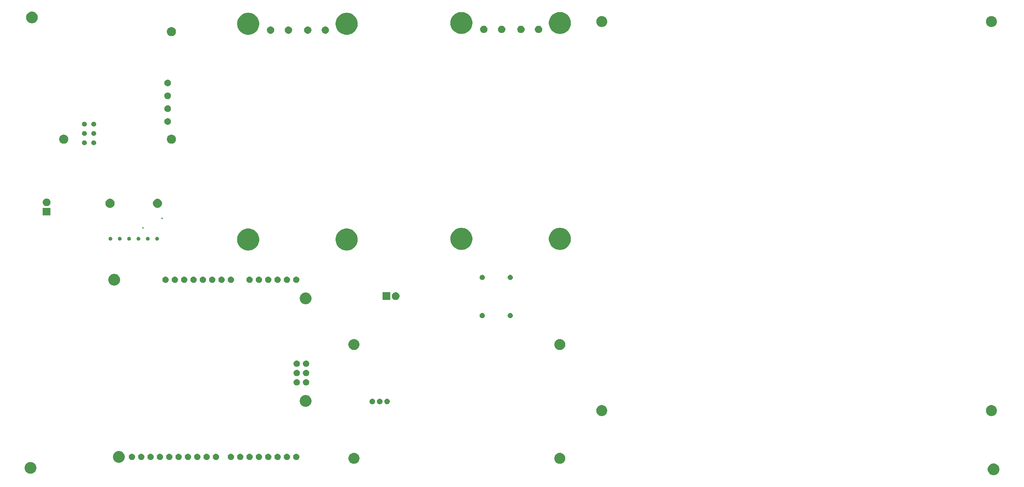
<source format=gbr>
G04 #@! TF.GenerationSoftware,KiCad,Pcbnew,5.0.2-bee76a0~70~ubuntu16.04.1*
G04 #@! TF.CreationDate,2021-10-26T00:07:22+01:00*
G04 #@! TF.ProjectId,Podcar_PCB,506f6463-6172-45f5-9043-422e6b696361,rev?*
G04 #@! TF.SameCoordinates,Original*
G04 #@! TF.FileFunction,Soldermask,Bot*
G04 #@! TF.FilePolarity,Negative*
%FSLAX46Y46*%
G04 Gerber Fmt 4.6, Leading zero omitted, Abs format (unit mm)*
G04 Created by KiCad (PCBNEW 5.0.2-bee76a0~70~ubuntu16.04.1) date Tue 26 Oct 2021 00:07:22 BST*
%MOMM*%
%LPD*%
G01*
G04 APERTURE LIST*
%ADD10C,0.100000*%
G04 APERTURE END LIST*
D10*
G36*
X279266703Y-138361486D02*
X279557883Y-138482097D01*
X279819944Y-138657201D01*
X280042799Y-138880056D01*
X280217903Y-139142117D01*
X280338514Y-139433297D01*
X280400000Y-139742412D01*
X280400000Y-140057588D01*
X280338514Y-140366703D01*
X280217903Y-140657883D01*
X280042799Y-140919944D01*
X279819944Y-141142799D01*
X279557883Y-141317903D01*
X279266703Y-141438514D01*
X278957588Y-141500000D01*
X278642412Y-141500000D01*
X278333297Y-141438514D01*
X278042117Y-141317903D01*
X277780056Y-141142799D01*
X277557201Y-140919944D01*
X277382097Y-140657883D01*
X277261486Y-140366703D01*
X277200000Y-140057588D01*
X277200000Y-139742412D01*
X277261486Y-139433297D01*
X277382097Y-139142117D01*
X277557201Y-138880056D01*
X277780056Y-138657201D01*
X278042117Y-138482097D01*
X278333297Y-138361486D01*
X278642412Y-138300000D01*
X278957588Y-138300000D01*
X279266703Y-138361486D01*
X279266703Y-138361486D01*
G37*
G36*
X17266703Y-137961486D02*
X17557883Y-138082097D01*
X17819944Y-138257201D01*
X18042799Y-138480056D01*
X18217903Y-138742117D01*
X18338514Y-139033297D01*
X18400000Y-139342412D01*
X18400000Y-139657588D01*
X18338514Y-139966703D01*
X18217903Y-140257883D01*
X18042799Y-140519944D01*
X17819944Y-140742799D01*
X17557883Y-140917903D01*
X17266703Y-141038514D01*
X16957588Y-141100000D01*
X16642412Y-141100000D01*
X16333297Y-141038514D01*
X16042117Y-140917903D01*
X15780056Y-140742799D01*
X15557201Y-140519944D01*
X15382097Y-140257883D01*
X15261486Y-139966703D01*
X15200000Y-139657588D01*
X15200000Y-139342412D01*
X15261486Y-139033297D01*
X15382097Y-138742117D01*
X15557201Y-138480056D01*
X15780056Y-138257201D01*
X16042117Y-138082097D01*
X16333297Y-137961486D01*
X16642412Y-137900000D01*
X16957588Y-137900000D01*
X17266703Y-137961486D01*
X17266703Y-137961486D01*
G37*
G36*
X161140935Y-135438429D02*
X161237534Y-135457644D01*
X161510517Y-135570717D01*
X161701426Y-135698279D01*
X161756197Y-135734876D01*
X161965124Y-135943803D01*
X161965126Y-135943806D01*
X162114870Y-136167912D01*
X162129284Y-136189485D01*
X162242356Y-136462467D01*
X162283497Y-136669293D01*
X162300000Y-136752263D01*
X162300000Y-137047737D01*
X162242356Y-137337534D01*
X162129283Y-137610517D01*
X162040893Y-137742801D01*
X161965124Y-137856197D01*
X161756197Y-138065124D01*
X161756194Y-138065126D01*
X161510517Y-138229283D01*
X161237534Y-138342356D01*
X161141361Y-138361486D01*
X160947739Y-138400000D01*
X160652261Y-138400000D01*
X160458639Y-138361486D01*
X160362466Y-138342356D01*
X160089483Y-138229283D01*
X159843806Y-138065126D01*
X159843803Y-138065124D01*
X159634876Y-137856197D01*
X159559107Y-137742801D01*
X159470717Y-137610517D01*
X159357644Y-137337534D01*
X159300000Y-137047737D01*
X159300000Y-136752263D01*
X159316504Y-136669293D01*
X159357644Y-136462467D01*
X159470716Y-136189485D01*
X159485131Y-136167912D01*
X159634874Y-135943806D01*
X159634876Y-135943803D01*
X159843803Y-135734876D01*
X159898574Y-135698279D01*
X160089483Y-135570717D01*
X160362466Y-135457644D01*
X160459065Y-135438429D01*
X160652261Y-135400000D01*
X160947739Y-135400000D01*
X161140935Y-135438429D01*
X161140935Y-135438429D01*
G37*
G36*
X105140935Y-135438429D02*
X105237534Y-135457644D01*
X105510517Y-135570717D01*
X105701426Y-135698279D01*
X105756197Y-135734876D01*
X105965124Y-135943803D01*
X105965126Y-135943806D01*
X106114870Y-136167912D01*
X106129284Y-136189485D01*
X106242356Y-136462467D01*
X106283497Y-136669293D01*
X106300000Y-136752263D01*
X106300000Y-137047737D01*
X106242356Y-137337534D01*
X106129283Y-137610517D01*
X106040893Y-137742801D01*
X105965124Y-137856197D01*
X105756197Y-138065124D01*
X105756194Y-138065126D01*
X105510517Y-138229283D01*
X105237534Y-138342356D01*
X105141361Y-138361486D01*
X104947739Y-138400000D01*
X104652261Y-138400000D01*
X104458639Y-138361486D01*
X104362466Y-138342356D01*
X104089483Y-138229283D01*
X103843806Y-138065126D01*
X103843803Y-138065124D01*
X103634876Y-137856197D01*
X103559107Y-137742801D01*
X103470717Y-137610517D01*
X103357644Y-137337534D01*
X103300000Y-137047737D01*
X103300000Y-136752263D01*
X103316504Y-136669293D01*
X103357644Y-136462467D01*
X103470716Y-136189485D01*
X103485131Y-136167912D01*
X103634874Y-135943806D01*
X103634876Y-135943803D01*
X103843803Y-135734876D01*
X103898574Y-135698279D01*
X104089483Y-135570717D01*
X104362466Y-135457644D01*
X104459065Y-135438429D01*
X104652261Y-135400000D01*
X104947739Y-135400000D01*
X105140935Y-135438429D01*
X105140935Y-135438429D01*
G37*
G36*
X41306703Y-134961486D02*
X41597883Y-135082097D01*
X41859944Y-135257201D01*
X42082799Y-135480056D01*
X42257903Y-135742117D01*
X42378514Y-136033297D01*
X42440000Y-136342412D01*
X42440000Y-136657588D01*
X42378514Y-136966703D01*
X42257903Y-137257883D01*
X42082799Y-137519944D01*
X41859944Y-137742799D01*
X41597883Y-137917903D01*
X41306703Y-138038514D01*
X40997588Y-138100000D01*
X40682412Y-138100000D01*
X40373297Y-138038514D01*
X40082117Y-137917903D01*
X39820056Y-137742799D01*
X39597201Y-137519944D01*
X39422097Y-137257883D01*
X39301486Y-136966703D01*
X39240000Y-136657588D01*
X39240000Y-136342412D01*
X39301486Y-136033297D01*
X39422097Y-135742117D01*
X39597201Y-135480056D01*
X39820056Y-135257201D01*
X40082117Y-135082097D01*
X40373297Y-134961486D01*
X40682412Y-134900000D01*
X40997588Y-134900000D01*
X41306703Y-134961486D01*
X41306703Y-134961486D01*
G37*
G36*
X52100712Y-135640565D02*
X52185295Y-135648896D01*
X52305727Y-135685429D01*
X52348088Y-135698279D01*
X52498112Y-135778468D01*
X52629612Y-135886388D01*
X52737532Y-136017888D01*
X52817721Y-136167912D01*
X52817722Y-136167916D01*
X52867104Y-136330705D01*
X52883778Y-136500000D01*
X52867104Y-136669295D01*
X52830571Y-136789727D01*
X52817721Y-136832088D01*
X52737532Y-136982112D01*
X52629612Y-137113612D01*
X52498112Y-137221532D01*
X52348088Y-137301721D01*
X52305727Y-137314571D01*
X52185295Y-137351104D01*
X52100712Y-137359435D01*
X52058421Y-137363600D01*
X51973579Y-137363600D01*
X51931288Y-137359435D01*
X51846705Y-137351104D01*
X51726273Y-137314571D01*
X51683912Y-137301721D01*
X51533888Y-137221532D01*
X51402388Y-137113612D01*
X51294468Y-136982112D01*
X51214279Y-136832088D01*
X51201429Y-136789727D01*
X51164896Y-136669295D01*
X51148222Y-136500000D01*
X51164896Y-136330705D01*
X51214278Y-136167916D01*
X51214279Y-136167912D01*
X51294468Y-136017888D01*
X51402388Y-135886388D01*
X51533888Y-135778468D01*
X51683912Y-135698279D01*
X51726273Y-135685429D01*
X51846705Y-135648896D01*
X51931288Y-135640565D01*
X51973579Y-135636400D01*
X52058421Y-135636400D01*
X52100712Y-135640565D01*
X52100712Y-135640565D01*
G37*
G36*
X89184712Y-135640565D02*
X89269295Y-135648896D01*
X89389727Y-135685429D01*
X89432088Y-135698279D01*
X89582112Y-135778468D01*
X89713612Y-135886388D01*
X89821532Y-136017888D01*
X89901721Y-136167912D01*
X89901722Y-136167916D01*
X89951104Y-136330705D01*
X89967778Y-136500000D01*
X89951104Y-136669295D01*
X89914571Y-136789727D01*
X89901721Y-136832088D01*
X89821532Y-136982112D01*
X89713612Y-137113612D01*
X89582112Y-137221532D01*
X89432088Y-137301721D01*
X89389727Y-137314571D01*
X89269295Y-137351104D01*
X89184712Y-137359435D01*
X89142421Y-137363600D01*
X89057579Y-137363600D01*
X89015288Y-137359435D01*
X88930705Y-137351104D01*
X88810273Y-137314571D01*
X88767912Y-137301721D01*
X88617888Y-137221532D01*
X88486388Y-137113612D01*
X88378468Y-136982112D01*
X88298279Y-136832088D01*
X88285429Y-136789727D01*
X88248896Y-136669295D01*
X88232222Y-136500000D01*
X88248896Y-136330705D01*
X88298278Y-136167916D01*
X88298279Y-136167912D01*
X88378468Y-136017888D01*
X88486388Y-135886388D01*
X88617888Y-135778468D01*
X88767912Y-135698279D01*
X88810273Y-135685429D01*
X88930705Y-135648896D01*
X89015288Y-135640565D01*
X89057579Y-135636400D01*
X89142421Y-135636400D01*
X89184712Y-135640565D01*
X89184712Y-135640565D01*
G37*
G36*
X86644712Y-135640565D02*
X86729295Y-135648896D01*
X86849727Y-135685429D01*
X86892088Y-135698279D01*
X87042112Y-135778468D01*
X87173612Y-135886388D01*
X87281532Y-136017888D01*
X87361721Y-136167912D01*
X87361722Y-136167916D01*
X87411104Y-136330705D01*
X87427778Y-136500000D01*
X87411104Y-136669295D01*
X87374571Y-136789727D01*
X87361721Y-136832088D01*
X87281532Y-136982112D01*
X87173612Y-137113612D01*
X87042112Y-137221532D01*
X86892088Y-137301721D01*
X86849727Y-137314571D01*
X86729295Y-137351104D01*
X86644712Y-137359435D01*
X86602421Y-137363600D01*
X86517579Y-137363600D01*
X86475288Y-137359435D01*
X86390705Y-137351104D01*
X86270273Y-137314571D01*
X86227912Y-137301721D01*
X86077888Y-137221532D01*
X85946388Y-137113612D01*
X85838468Y-136982112D01*
X85758279Y-136832088D01*
X85745429Y-136789727D01*
X85708896Y-136669295D01*
X85692222Y-136500000D01*
X85708896Y-136330705D01*
X85758278Y-136167916D01*
X85758279Y-136167912D01*
X85838468Y-136017888D01*
X85946388Y-135886388D01*
X86077888Y-135778468D01*
X86227912Y-135698279D01*
X86270273Y-135685429D01*
X86390705Y-135648896D01*
X86475288Y-135640565D01*
X86517579Y-135636400D01*
X86602421Y-135636400D01*
X86644712Y-135640565D01*
X86644712Y-135640565D01*
G37*
G36*
X84104712Y-135640565D02*
X84189295Y-135648896D01*
X84309727Y-135685429D01*
X84352088Y-135698279D01*
X84502112Y-135778468D01*
X84633612Y-135886388D01*
X84741532Y-136017888D01*
X84821721Y-136167912D01*
X84821722Y-136167916D01*
X84871104Y-136330705D01*
X84887778Y-136500000D01*
X84871104Y-136669295D01*
X84834571Y-136789727D01*
X84821721Y-136832088D01*
X84741532Y-136982112D01*
X84633612Y-137113612D01*
X84502112Y-137221532D01*
X84352088Y-137301721D01*
X84309727Y-137314571D01*
X84189295Y-137351104D01*
X84104712Y-137359435D01*
X84062421Y-137363600D01*
X83977579Y-137363600D01*
X83935288Y-137359435D01*
X83850705Y-137351104D01*
X83730273Y-137314571D01*
X83687912Y-137301721D01*
X83537888Y-137221532D01*
X83406388Y-137113612D01*
X83298468Y-136982112D01*
X83218279Y-136832088D01*
X83205429Y-136789727D01*
X83168896Y-136669295D01*
X83152222Y-136500000D01*
X83168896Y-136330705D01*
X83218278Y-136167916D01*
X83218279Y-136167912D01*
X83298468Y-136017888D01*
X83406388Y-135886388D01*
X83537888Y-135778468D01*
X83687912Y-135698279D01*
X83730273Y-135685429D01*
X83850705Y-135648896D01*
X83935288Y-135640565D01*
X83977579Y-135636400D01*
X84062421Y-135636400D01*
X84104712Y-135640565D01*
X84104712Y-135640565D01*
G37*
G36*
X81564712Y-135640565D02*
X81649295Y-135648896D01*
X81769727Y-135685429D01*
X81812088Y-135698279D01*
X81962112Y-135778468D01*
X82093612Y-135886388D01*
X82201532Y-136017888D01*
X82281721Y-136167912D01*
X82281722Y-136167916D01*
X82331104Y-136330705D01*
X82347778Y-136500000D01*
X82331104Y-136669295D01*
X82294571Y-136789727D01*
X82281721Y-136832088D01*
X82201532Y-136982112D01*
X82093612Y-137113612D01*
X81962112Y-137221532D01*
X81812088Y-137301721D01*
X81769727Y-137314571D01*
X81649295Y-137351104D01*
X81564712Y-137359435D01*
X81522421Y-137363600D01*
X81437579Y-137363600D01*
X81395288Y-137359435D01*
X81310705Y-137351104D01*
X81190273Y-137314571D01*
X81147912Y-137301721D01*
X80997888Y-137221532D01*
X80866388Y-137113612D01*
X80758468Y-136982112D01*
X80678279Y-136832088D01*
X80665429Y-136789727D01*
X80628896Y-136669295D01*
X80612222Y-136500000D01*
X80628896Y-136330705D01*
X80678278Y-136167916D01*
X80678279Y-136167912D01*
X80758468Y-136017888D01*
X80866388Y-135886388D01*
X80997888Y-135778468D01*
X81147912Y-135698279D01*
X81190273Y-135685429D01*
X81310705Y-135648896D01*
X81395288Y-135640565D01*
X81437579Y-135636400D01*
X81522421Y-135636400D01*
X81564712Y-135640565D01*
X81564712Y-135640565D01*
G37*
G36*
X79024712Y-135640565D02*
X79109295Y-135648896D01*
X79229727Y-135685429D01*
X79272088Y-135698279D01*
X79422112Y-135778468D01*
X79553612Y-135886388D01*
X79661532Y-136017888D01*
X79741721Y-136167912D01*
X79741722Y-136167916D01*
X79791104Y-136330705D01*
X79807778Y-136500000D01*
X79791104Y-136669295D01*
X79754571Y-136789727D01*
X79741721Y-136832088D01*
X79661532Y-136982112D01*
X79553612Y-137113612D01*
X79422112Y-137221532D01*
X79272088Y-137301721D01*
X79229727Y-137314571D01*
X79109295Y-137351104D01*
X79024712Y-137359435D01*
X78982421Y-137363600D01*
X78897579Y-137363600D01*
X78855288Y-137359435D01*
X78770705Y-137351104D01*
X78650273Y-137314571D01*
X78607912Y-137301721D01*
X78457888Y-137221532D01*
X78326388Y-137113612D01*
X78218468Y-136982112D01*
X78138279Y-136832088D01*
X78125429Y-136789727D01*
X78088896Y-136669295D01*
X78072222Y-136500000D01*
X78088896Y-136330705D01*
X78138278Y-136167916D01*
X78138279Y-136167912D01*
X78218468Y-136017888D01*
X78326388Y-135886388D01*
X78457888Y-135778468D01*
X78607912Y-135698279D01*
X78650273Y-135685429D01*
X78770705Y-135648896D01*
X78855288Y-135640565D01*
X78897579Y-135636400D01*
X78982421Y-135636400D01*
X79024712Y-135640565D01*
X79024712Y-135640565D01*
G37*
G36*
X76484712Y-135640565D02*
X76569295Y-135648896D01*
X76689727Y-135685429D01*
X76732088Y-135698279D01*
X76882112Y-135778468D01*
X77013612Y-135886388D01*
X77121532Y-136017888D01*
X77201721Y-136167912D01*
X77201722Y-136167916D01*
X77251104Y-136330705D01*
X77267778Y-136500000D01*
X77251104Y-136669295D01*
X77214571Y-136789727D01*
X77201721Y-136832088D01*
X77121532Y-136982112D01*
X77013612Y-137113612D01*
X76882112Y-137221532D01*
X76732088Y-137301721D01*
X76689727Y-137314571D01*
X76569295Y-137351104D01*
X76484712Y-137359435D01*
X76442421Y-137363600D01*
X76357579Y-137363600D01*
X76315288Y-137359435D01*
X76230705Y-137351104D01*
X76110273Y-137314571D01*
X76067912Y-137301721D01*
X75917888Y-137221532D01*
X75786388Y-137113612D01*
X75678468Y-136982112D01*
X75598279Y-136832088D01*
X75585429Y-136789727D01*
X75548896Y-136669295D01*
X75532222Y-136500000D01*
X75548896Y-136330705D01*
X75598278Y-136167916D01*
X75598279Y-136167912D01*
X75678468Y-136017888D01*
X75786388Y-135886388D01*
X75917888Y-135778468D01*
X76067912Y-135698279D01*
X76110273Y-135685429D01*
X76230705Y-135648896D01*
X76315288Y-135640565D01*
X76357579Y-135636400D01*
X76442421Y-135636400D01*
X76484712Y-135640565D01*
X76484712Y-135640565D01*
G37*
G36*
X73944712Y-135640565D02*
X74029295Y-135648896D01*
X74149727Y-135685429D01*
X74192088Y-135698279D01*
X74342112Y-135778468D01*
X74473612Y-135886388D01*
X74581532Y-136017888D01*
X74661721Y-136167912D01*
X74661722Y-136167916D01*
X74711104Y-136330705D01*
X74727778Y-136500000D01*
X74711104Y-136669295D01*
X74674571Y-136789727D01*
X74661721Y-136832088D01*
X74581532Y-136982112D01*
X74473612Y-137113612D01*
X74342112Y-137221532D01*
X74192088Y-137301721D01*
X74149727Y-137314571D01*
X74029295Y-137351104D01*
X73944712Y-137359435D01*
X73902421Y-137363600D01*
X73817579Y-137363600D01*
X73775288Y-137359435D01*
X73690705Y-137351104D01*
X73570273Y-137314571D01*
X73527912Y-137301721D01*
X73377888Y-137221532D01*
X73246388Y-137113612D01*
X73138468Y-136982112D01*
X73058279Y-136832088D01*
X73045429Y-136789727D01*
X73008896Y-136669295D01*
X72992222Y-136500000D01*
X73008896Y-136330705D01*
X73058278Y-136167916D01*
X73058279Y-136167912D01*
X73138468Y-136017888D01*
X73246388Y-135886388D01*
X73377888Y-135778468D01*
X73527912Y-135698279D01*
X73570273Y-135685429D01*
X73690705Y-135648896D01*
X73775288Y-135640565D01*
X73817579Y-135636400D01*
X73902421Y-135636400D01*
X73944712Y-135640565D01*
X73944712Y-135640565D01*
G37*
G36*
X71404712Y-135640565D02*
X71489295Y-135648896D01*
X71609727Y-135685429D01*
X71652088Y-135698279D01*
X71802112Y-135778468D01*
X71933612Y-135886388D01*
X72041532Y-136017888D01*
X72121721Y-136167912D01*
X72121722Y-136167916D01*
X72171104Y-136330705D01*
X72187778Y-136500000D01*
X72171104Y-136669295D01*
X72134571Y-136789727D01*
X72121721Y-136832088D01*
X72041532Y-136982112D01*
X71933612Y-137113612D01*
X71802112Y-137221532D01*
X71652088Y-137301721D01*
X71609727Y-137314571D01*
X71489295Y-137351104D01*
X71404712Y-137359435D01*
X71362421Y-137363600D01*
X71277579Y-137363600D01*
X71235288Y-137359435D01*
X71150705Y-137351104D01*
X71030273Y-137314571D01*
X70987912Y-137301721D01*
X70837888Y-137221532D01*
X70706388Y-137113612D01*
X70598468Y-136982112D01*
X70518279Y-136832088D01*
X70505429Y-136789727D01*
X70468896Y-136669295D01*
X70452222Y-136500000D01*
X70468896Y-136330705D01*
X70518278Y-136167916D01*
X70518279Y-136167912D01*
X70598468Y-136017888D01*
X70706388Y-135886388D01*
X70837888Y-135778468D01*
X70987912Y-135698279D01*
X71030273Y-135685429D01*
X71150705Y-135648896D01*
X71235288Y-135640565D01*
X71277579Y-135636400D01*
X71362421Y-135636400D01*
X71404712Y-135640565D01*
X71404712Y-135640565D01*
G37*
G36*
X59720712Y-135640565D02*
X59805295Y-135648896D01*
X59925727Y-135685429D01*
X59968088Y-135698279D01*
X60118112Y-135778468D01*
X60249612Y-135886388D01*
X60357532Y-136017888D01*
X60437721Y-136167912D01*
X60437722Y-136167916D01*
X60487104Y-136330705D01*
X60503778Y-136500000D01*
X60487104Y-136669295D01*
X60450571Y-136789727D01*
X60437721Y-136832088D01*
X60357532Y-136982112D01*
X60249612Y-137113612D01*
X60118112Y-137221532D01*
X59968088Y-137301721D01*
X59925727Y-137314571D01*
X59805295Y-137351104D01*
X59720712Y-137359435D01*
X59678421Y-137363600D01*
X59593579Y-137363600D01*
X59551288Y-137359435D01*
X59466705Y-137351104D01*
X59346273Y-137314571D01*
X59303912Y-137301721D01*
X59153888Y-137221532D01*
X59022388Y-137113612D01*
X58914468Y-136982112D01*
X58834279Y-136832088D01*
X58821429Y-136789727D01*
X58784896Y-136669295D01*
X58768222Y-136500000D01*
X58784896Y-136330705D01*
X58834278Y-136167916D01*
X58834279Y-136167912D01*
X58914468Y-136017888D01*
X59022388Y-135886388D01*
X59153888Y-135778468D01*
X59303912Y-135698279D01*
X59346273Y-135685429D01*
X59466705Y-135648896D01*
X59551288Y-135640565D01*
X59593579Y-135636400D01*
X59678421Y-135636400D01*
X59720712Y-135640565D01*
X59720712Y-135640565D01*
G37*
G36*
X64800712Y-135640565D02*
X64885295Y-135648896D01*
X65005727Y-135685429D01*
X65048088Y-135698279D01*
X65198112Y-135778468D01*
X65329612Y-135886388D01*
X65437532Y-136017888D01*
X65517721Y-136167912D01*
X65517722Y-136167916D01*
X65567104Y-136330705D01*
X65583778Y-136500000D01*
X65567104Y-136669295D01*
X65530571Y-136789727D01*
X65517721Y-136832088D01*
X65437532Y-136982112D01*
X65329612Y-137113612D01*
X65198112Y-137221532D01*
X65048088Y-137301721D01*
X65005727Y-137314571D01*
X64885295Y-137351104D01*
X64800712Y-137359435D01*
X64758421Y-137363600D01*
X64673579Y-137363600D01*
X64631288Y-137359435D01*
X64546705Y-137351104D01*
X64426273Y-137314571D01*
X64383912Y-137301721D01*
X64233888Y-137221532D01*
X64102388Y-137113612D01*
X63994468Y-136982112D01*
X63914279Y-136832088D01*
X63901429Y-136789727D01*
X63864896Y-136669295D01*
X63848222Y-136500000D01*
X63864896Y-136330705D01*
X63914278Y-136167916D01*
X63914279Y-136167912D01*
X63994468Y-136017888D01*
X64102388Y-135886388D01*
X64233888Y-135778468D01*
X64383912Y-135698279D01*
X64426273Y-135685429D01*
X64546705Y-135648896D01*
X64631288Y-135640565D01*
X64673579Y-135636400D01*
X64758421Y-135636400D01*
X64800712Y-135640565D01*
X64800712Y-135640565D01*
G37*
G36*
X62260712Y-135640565D02*
X62345295Y-135648896D01*
X62465727Y-135685429D01*
X62508088Y-135698279D01*
X62658112Y-135778468D01*
X62789612Y-135886388D01*
X62897532Y-136017888D01*
X62977721Y-136167912D01*
X62977722Y-136167916D01*
X63027104Y-136330705D01*
X63043778Y-136500000D01*
X63027104Y-136669295D01*
X62990571Y-136789727D01*
X62977721Y-136832088D01*
X62897532Y-136982112D01*
X62789612Y-137113612D01*
X62658112Y-137221532D01*
X62508088Y-137301721D01*
X62465727Y-137314571D01*
X62345295Y-137351104D01*
X62260712Y-137359435D01*
X62218421Y-137363600D01*
X62133579Y-137363600D01*
X62091288Y-137359435D01*
X62006705Y-137351104D01*
X61886273Y-137314571D01*
X61843912Y-137301721D01*
X61693888Y-137221532D01*
X61562388Y-137113612D01*
X61454468Y-136982112D01*
X61374279Y-136832088D01*
X61361429Y-136789727D01*
X61324896Y-136669295D01*
X61308222Y-136500000D01*
X61324896Y-136330705D01*
X61374278Y-136167916D01*
X61374279Y-136167912D01*
X61454468Y-136017888D01*
X61562388Y-135886388D01*
X61693888Y-135778468D01*
X61843912Y-135698279D01*
X61886273Y-135685429D01*
X62006705Y-135648896D01*
X62091288Y-135640565D01*
X62133579Y-135636400D01*
X62218421Y-135636400D01*
X62260712Y-135640565D01*
X62260712Y-135640565D01*
G37*
G36*
X44480712Y-135640565D02*
X44565295Y-135648896D01*
X44685727Y-135685429D01*
X44728088Y-135698279D01*
X44878112Y-135778468D01*
X45009612Y-135886388D01*
X45117532Y-136017888D01*
X45197721Y-136167912D01*
X45197722Y-136167916D01*
X45247104Y-136330705D01*
X45263778Y-136500000D01*
X45247104Y-136669295D01*
X45210571Y-136789727D01*
X45197721Y-136832088D01*
X45117532Y-136982112D01*
X45009612Y-137113612D01*
X44878112Y-137221532D01*
X44728088Y-137301721D01*
X44685727Y-137314571D01*
X44565295Y-137351104D01*
X44480712Y-137359435D01*
X44438421Y-137363600D01*
X44353579Y-137363600D01*
X44311288Y-137359435D01*
X44226705Y-137351104D01*
X44106273Y-137314571D01*
X44063912Y-137301721D01*
X43913888Y-137221532D01*
X43782388Y-137113612D01*
X43674468Y-136982112D01*
X43594279Y-136832088D01*
X43581429Y-136789727D01*
X43544896Y-136669295D01*
X43528222Y-136500000D01*
X43544896Y-136330705D01*
X43594278Y-136167916D01*
X43594279Y-136167912D01*
X43674468Y-136017888D01*
X43782388Y-135886388D01*
X43913888Y-135778468D01*
X44063912Y-135698279D01*
X44106273Y-135685429D01*
X44226705Y-135648896D01*
X44311288Y-135640565D01*
X44353579Y-135636400D01*
X44438421Y-135636400D01*
X44480712Y-135640565D01*
X44480712Y-135640565D01*
G37*
G36*
X47020712Y-135640565D02*
X47105295Y-135648896D01*
X47225727Y-135685429D01*
X47268088Y-135698279D01*
X47418112Y-135778468D01*
X47549612Y-135886388D01*
X47657532Y-136017888D01*
X47737721Y-136167912D01*
X47737722Y-136167916D01*
X47787104Y-136330705D01*
X47803778Y-136500000D01*
X47787104Y-136669295D01*
X47750571Y-136789727D01*
X47737721Y-136832088D01*
X47657532Y-136982112D01*
X47549612Y-137113612D01*
X47418112Y-137221532D01*
X47268088Y-137301721D01*
X47225727Y-137314571D01*
X47105295Y-137351104D01*
X47020712Y-137359435D01*
X46978421Y-137363600D01*
X46893579Y-137363600D01*
X46851288Y-137359435D01*
X46766705Y-137351104D01*
X46646273Y-137314571D01*
X46603912Y-137301721D01*
X46453888Y-137221532D01*
X46322388Y-137113612D01*
X46214468Y-136982112D01*
X46134279Y-136832088D01*
X46121429Y-136789727D01*
X46084896Y-136669295D01*
X46068222Y-136500000D01*
X46084896Y-136330705D01*
X46134278Y-136167916D01*
X46134279Y-136167912D01*
X46214468Y-136017888D01*
X46322388Y-135886388D01*
X46453888Y-135778468D01*
X46603912Y-135698279D01*
X46646273Y-135685429D01*
X46766705Y-135648896D01*
X46851288Y-135640565D01*
X46893579Y-135636400D01*
X46978421Y-135636400D01*
X47020712Y-135640565D01*
X47020712Y-135640565D01*
G37*
G36*
X49560712Y-135640565D02*
X49645295Y-135648896D01*
X49765727Y-135685429D01*
X49808088Y-135698279D01*
X49958112Y-135778468D01*
X50089612Y-135886388D01*
X50197532Y-136017888D01*
X50277721Y-136167912D01*
X50277722Y-136167916D01*
X50327104Y-136330705D01*
X50343778Y-136500000D01*
X50327104Y-136669295D01*
X50290571Y-136789727D01*
X50277721Y-136832088D01*
X50197532Y-136982112D01*
X50089612Y-137113612D01*
X49958112Y-137221532D01*
X49808088Y-137301721D01*
X49765727Y-137314571D01*
X49645295Y-137351104D01*
X49560712Y-137359435D01*
X49518421Y-137363600D01*
X49433579Y-137363600D01*
X49391288Y-137359435D01*
X49306705Y-137351104D01*
X49186273Y-137314571D01*
X49143912Y-137301721D01*
X48993888Y-137221532D01*
X48862388Y-137113612D01*
X48754468Y-136982112D01*
X48674279Y-136832088D01*
X48661429Y-136789727D01*
X48624896Y-136669295D01*
X48608222Y-136500000D01*
X48624896Y-136330705D01*
X48674278Y-136167916D01*
X48674279Y-136167912D01*
X48754468Y-136017888D01*
X48862388Y-135886388D01*
X48993888Y-135778468D01*
X49143912Y-135698279D01*
X49186273Y-135685429D01*
X49306705Y-135648896D01*
X49391288Y-135640565D01*
X49433579Y-135636400D01*
X49518421Y-135636400D01*
X49560712Y-135640565D01*
X49560712Y-135640565D01*
G37*
G36*
X54640712Y-135640565D02*
X54725295Y-135648896D01*
X54845727Y-135685429D01*
X54888088Y-135698279D01*
X55038112Y-135778468D01*
X55169612Y-135886388D01*
X55277532Y-136017888D01*
X55357721Y-136167912D01*
X55357722Y-136167916D01*
X55407104Y-136330705D01*
X55423778Y-136500000D01*
X55407104Y-136669295D01*
X55370571Y-136789727D01*
X55357721Y-136832088D01*
X55277532Y-136982112D01*
X55169612Y-137113612D01*
X55038112Y-137221532D01*
X54888088Y-137301721D01*
X54845727Y-137314571D01*
X54725295Y-137351104D01*
X54640712Y-137359435D01*
X54598421Y-137363600D01*
X54513579Y-137363600D01*
X54471288Y-137359435D01*
X54386705Y-137351104D01*
X54266273Y-137314571D01*
X54223912Y-137301721D01*
X54073888Y-137221532D01*
X53942388Y-137113612D01*
X53834468Y-136982112D01*
X53754279Y-136832088D01*
X53741429Y-136789727D01*
X53704896Y-136669295D01*
X53688222Y-136500000D01*
X53704896Y-136330705D01*
X53754278Y-136167916D01*
X53754279Y-136167912D01*
X53834468Y-136017888D01*
X53942388Y-135886388D01*
X54073888Y-135778468D01*
X54223912Y-135698279D01*
X54266273Y-135685429D01*
X54386705Y-135648896D01*
X54471288Y-135640565D01*
X54513579Y-135636400D01*
X54598421Y-135636400D01*
X54640712Y-135640565D01*
X54640712Y-135640565D01*
G37*
G36*
X57180712Y-135640565D02*
X57265295Y-135648896D01*
X57385727Y-135685429D01*
X57428088Y-135698279D01*
X57578112Y-135778468D01*
X57709612Y-135886388D01*
X57817532Y-136017888D01*
X57897721Y-136167912D01*
X57897722Y-136167916D01*
X57947104Y-136330705D01*
X57963778Y-136500000D01*
X57947104Y-136669295D01*
X57910571Y-136789727D01*
X57897721Y-136832088D01*
X57817532Y-136982112D01*
X57709612Y-137113612D01*
X57578112Y-137221532D01*
X57428088Y-137301721D01*
X57385727Y-137314571D01*
X57265295Y-137351104D01*
X57180712Y-137359435D01*
X57138421Y-137363600D01*
X57053579Y-137363600D01*
X57011288Y-137359435D01*
X56926705Y-137351104D01*
X56806273Y-137314571D01*
X56763912Y-137301721D01*
X56613888Y-137221532D01*
X56482388Y-137113612D01*
X56374468Y-136982112D01*
X56294279Y-136832088D01*
X56281429Y-136789727D01*
X56244896Y-136669295D01*
X56228222Y-136500000D01*
X56244896Y-136330705D01*
X56294278Y-136167916D01*
X56294279Y-136167912D01*
X56374468Y-136017888D01*
X56482388Y-135886388D01*
X56613888Y-135778468D01*
X56763912Y-135698279D01*
X56806273Y-135685429D01*
X56926705Y-135648896D01*
X57011288Y-135640565D01*
X57053579Y-135636400D01*
X57138421Y-135636400D01*
X57180712Y-135640565D01*
X57180712Y-135640565D01*
G37*
G36*
X67340712Y-135640565D02*
X67425295Y-135648896D01*
X67545727Y-135685429D01*
X67588088Y-135698279D01*
X67738112Y-135778468D01*
X67869612Y-135886388D01*
X67977532Y-136017888D01*
X68057721Y-136167912D01*
X68057722Y-136167916D01*
X68107104Y-136330705D01*
X68123778Y-136500000D01*
X68107104Y-136669295D01*
X68070571Y-136789727D01*
X68057721Y-136832088D01*
X67977532Y-136982112D01*
X67869612Y-137113612D01*
X67738112Y-137221532D01*
X67588088Y-137301721D01*
X67545727Y-137314571D01*
X67425295Y-137351104D01*
X67340712Y-137359435D01*
X67298421Y-137363600D01*
X67213579Y-137363600D01*
X67171288Y-137359435D01*
X67086705Y-137351104D01*
X66966273Y-137314571D01*
X66923912Y-137301721D01*
X66773888Y-137221532D01*
X66642388Y-137113612D01*
X66534468Y-136982112D01*
X66454279Y-136832088D01*
X66441429Y-136789727D01*
X66404896Y-136669295D01*
X66388222Y-136500000D01*
X66404896Y-136330705D01*
X66454278Y-136167916D01*
X66454279Y-136167912D01*
X66534468Y-136017888D01*
X66642388Y-135886388D01*
X66773888Y-135778468D01*
X66923912Y-135698279D01*
X66966273Y-135685429D01*
X67086705Y-135648896D01*
X67171288Y-135640565D01*
X67213579Y-135636400D01*
X67298421Y-135636400D01*
X67340712Y-135640565D01*
X67340712Y-135640565D01*
G37*
G36*
X278540935Y-122438429D02*
X278637534Y-122457644D01*
X278910517Y-122570717D01*
X279070930Y-122677902D01*
X279156197Y-122734876D01*
X279365124Y-122943803D01*
X279529284Y-123189485D01*
X279642356Y-123462467D01*
X279700000Y-123752261D01*
X279700000Y-124047739D01*
X279642356Y-124337533D01*
X279529284Y-124610515D01*
X279365124Y-124856197D01*
X279156197Y-125065124D01*
X279156194Y-125065126D01*
X278910517Y-125229283D01*
X278637534Y-125342356D01*
X278540935Y-125361571D01*
X278347739Y-125400000D01*
X278052261Y-125400000D01*
X277859065Y-125361571D01*
X277762466Y-125342356D01*
X277489483Y-125229283D01*
X277243806Y-125065126D01*
X277243803Y-125065124D01*
X277034876Y-124856197D01*
X276870716Y-124610515D01*
X276757644Y-124337533D01*
X276700000Y-124047739D01*
X276700000Y-123752261D01*
X276757644Y-123462467D01*
X276870716Y-123189485D01*
X277034876Y-122943803D01*
X277243803Y-122734876D01*
X277329070Y-122677902D01*
X277489483Y-122570717D01*
X277762466Y-122457644D01*
X277859065Y-122438429D01*
X278052261Y-122400000D01*
X278347739Y-122400000D01*
X278540935Y-122438429D01*
X278540935Y-122438429D01*
G37*
G36*
X172540935Y-122438429D02*
X172637534Y-122457644D01*
X172910517Y-122570717D01*
X173070930Y-122677902D01*
X173156197Y-122734876D01*
X173365124Y-122943803D01*
X173529284Y-123189485D01*
X173642356Y-123462467D01*
X173700000Y-123752261D01*
X173700000Y-124047739D01*
X173642356Y-124337533D01*
X173529284Y-124610515D01*
X173365124Y-124856197D01*
X173156197Y-125065124D01*
X173156194Y-125065126D01*
X172910517Y-125229283D01*
X172637534Y-125342356D01*
X172540935Y-125361571D01*
X172347739Y-125400000D01*
X172052261Y-125400000D01*
X171859065Y-125361571D01*
X171762466Y-125342356D01*
X171489483Y-125229283D01*
X171243806Y-125065126D01*
X171243803Y-125065124D01*
X171034876Y-124856197D01*
X170870716Y-124610515D01*
X170757644Y-124337533D01*
X170700000Y-124047739D01*
X170700000Y-123752261D01*
X170757644Y-123462467D01*
X170870716Y-123189485D01*
X171034876Y-122943803D01*
X171243803Y-122734876D01*
X171329070Y-122677902D01*
X171489483Y-122570717D01*
X171762466Y-122457644D01*
X171859065Y-122438429D01*
X172052261Y-122400000D01*
X172347739Y-122400000D01*
X172540935Y-122438429D01*
X172540935Y-122438429D01*
G37*
G36*
X92106703Y-119721486D02*
X92397883Y-119842097D01*
X92659944Y-120017201D01*
X92882799Y-120240056D01*
X93057903Y-120502117D01*
X93178514Y-120793297D01*
X93240000Y-121102412D01*
X93240000Y-121417588D01*
X93178514Y-121726703D01*
X93057903Y-122017883D01*
X92882799Y-122279944D01*
X92659944Y-122502799D01*
X92397883Y-122677903D01*
X92106703Y-122798514D01*
X91797588Y-122860000D01*
X91482412Y-122860000D01*
X91173297Y-122798514D01*
X90882117Y-122677903D01*
X90620056Y-122502799D01*
X90397201Y-122279944D01*
X90222097Y-122017883D01*
X90101486Y-121726703D01*
X90040000Y-121417588D01*
X90040000Y-121102412D01*
X90101486Y-120793297D01*
X90222097Y-120502117D01*
X90397201Y-120240056D01*
X90620056Y-120017201D01*
X90882117Y-119842097D01*
X91173297Y-119721486D01*
X91482412Y-119660000D01*
X91797588Y-119660000D01*
X92106703Y-119721486D01*
X92106703Y-119721486D01*
G37*
G36*
X113973195Y-120657522D02*
X114022267Y-120667283D01*
X114160942Y-120724724D01*
X114285750Y-120808118D01*
X114391882Y-120914250D01*
X114475276Y-121039058D01*
X114532717Y-121177734D01*
X114562000Y-121324948D01*
X114562000Y-121475052D01*
X114532717Y-121622266D01*
X114475276Y-121760942D01*
X114391882Y-121885750D01*
X114285750Y-121991882D01*
X114285747Y-121991884D01*
X114160942Y-122075276D01*
X114022267Y-122132717D01*
X113973195Y-122142478D01*
X113875052Y-122162000D01*
X113724948Y-122162000D01*
X113626805Y-122142478D01*
X113577733Y-122132717D01*
X113439058Y-122075276D01*
X113314253Y-121991884D01*
X113314250Y-121991882D01*
X113208118Y-121885750D01*
X113124724Y-121760942D01*
X113067283Y-121622266D01*
X113038000Y-121475052D01*
X113038000Y-121324948D01*
X113067283Y-121177734D01*
X113124724Y-121039058D01*
X113208118Y-120914250D01*
X113314250Y-120808118D01*
X113439058Y-120724724D01*
X113577733Y-120667283D01*
X113626805Y-120657522D01*
X113724948Y-120638000D01*
X113875052Y-120638000D01*
X113973195Y-120657522D01*
X113973195Y-120657522D01*
G37*
G36*
X111973195Y-120657522D02*
X112022267Y-120667283D01*
X112160942Y-120724724D01*
X112285750Y-120808118D01*
X112391882Y-120914250D01*
X112475276Y-121039058D01*
X112532717Y-121177734D01*
X112562000Y-121324948D01*
X112562000Y-121475052D01*
X112532717Y-121622266D01*
X112475276Y-121760942D01*
X112391882Y-121885750D01*
X112285750Y-121991882D01*
X112285747Y-121991884D01*
X112160942Y-122075276D01*
X112022267Y-122132717D01*
X111973195Y-122142478D01*
X111875052Y-122162000D01*
X111724948Y-122162000D01*
X111626805Y-122142478D01*
X111577733Y-122132717D01*
X111439058Y-122075276D01*
X111314253Y-121991884D01*
X111314250Y-121991882D01*
X111208118Y-121885750D01*
X111124724Y-121760942D01*
X111067283Y-121622266D01*
X111038000Y-121475052D01*
X111038000Y-121324948D01*
X111067283Y-121177734D01*
X111124724Y-121039058D01*
X111208118Y-120914250D01*
X111314250Y-120808118D01*
X111439058Y-120724724D01*
X111577733Y-120667283D01*
X111626805Y-120657522D01*
X111724948Y-120638000D01*
X111875052Y-120638000D01*
X111973195Y-120657522D01*
X111973195Y-120657522D01*
G37*
G36*
X109973195Y-120657522D02*
X110022267Y-120667283D01*
X110160942Y-120724724D01*
X110285750Y-120808118D01*
X110391882Y-120914250D01*
X110475276Y-121039058D01*
X110532717Y-121177734D01*
X110562000Y-121324948D01*
X110562000Y-121475052D01*
X110532717Y-121622266D01*
X110475276Y-121760942D01*
X110391882Y-121885750D01*
X110285750Y-121991882D01*
X110285747Y-121991884D01*
X110160942Y-122075276D01*
X110022267Y-122132717D01*
X109973195Y-122142478D01*
X109875052Y-122162000D01*
X109724948Y-122162000D01*
X109626805Y-122142478D01*
X109577733Y-122132717D01*
X109439058Y-122075276D01*
X109314253Y-121991884D01*
X109314250Y-121991882D01*
X109208118Y-121885750D01*
X109124724Y-121760942D01*
X109067283Y-121622266D01*
X109038000Y-121475052D01*
X109038000Y-121324948D01*
X109067283Y-121177734D01*
X109124724Y-121039058D01*
X109208118Y-120914250D01*
X109314250Y-120808118D01*
X109439058Y-120724724D01*
X109577733Y-120667283D01*
X109626805Y-120657522D01*
X109724948Y-120638000D01*
X109875052Y-120638000D01*
X109973195Y-120657522D01*
X109973195Y-120657522D01*
G37*
G36*
X91851712Y-115320565D02*
X91936295Y-115328896D01*
X92056727Y-115365429D01*
X92099088Y-115378279D01*
X92249112Y-115458468D01*
X92380612Y-115566388D01*
X92488532Y-115697888D01*
X92568721Y-115847912D01*
X92568722Y-115847916D01*
X92618104Y-116010705D01*
X92634778Y-116180000D01*
X92618104Y-116349295D01*
X92581571Y-116469727D01*
X92568721Y-116512088D01*
X92488532Y-116662112D01*
X92380612Y-116793612D01*
X92249112Y-116901532D01*
X92099088Y-116981721D01*
X92056727Y-116994571D01*
X91936295Y-117031104D01*
X91851712Y-117039435D01*
X91809421Y-117043600D01*
X91724579Y-117043600D01*
X91682288Y-117039435D01*
X91597705Y-117031104D01*
X91477273Y-116994571D01*
X91434912Y-116981721D01*
X91284888Y-116901532D01*
X91153388Y-116793612D01*
X91045468Y-116662112D01*
X90965279Y-116512088D01*
X90952429Y-116469727D01*
X90915896Y-116349295D01*
X90899222Y-116180000D01*
X90915896Y-116010705D01*
X90965278Y-115847916D01*
X90965279Y-115847912D01*
X91045468Y-115697888D01*
X91153388Y-115566388D01*
X91284888Y-115458468D01*
X91434912Y-115378279D01*
X91477273Y-115365429D01*
X91597705Y-115328896D01*
X91682288Y-115320565D01*
X91724579Y-115316400D01*
X91809421Y-115316400D01*
X91851712Y-115320565D01*
X91851712Y-115320565D01*
G37*
G36*
X89311712Y-115320565D02*
X89396295Y-115328896D01*
X89516727Y-115365429D01*
X89559088Y-115378279D01*
X89709112Y-115458468D01*
X89840612Y-115566388D01*
X89948532Y-115697888D01*
X90028721Y-115847912D01*
X90028722Y-115847916D01*
X90078104Y-116010705D01*
X90094778Y-116180000D01*
X90078104Y-116349295D01*
X90041571Y-116469727D01*
X90028721Y-116512088D01*
X89948532Y-116662112D01*
X89840612Y-116793612D01*
X89709112Y-116901532D01*
X89559088Y-116981721D01*
X89516727Y-116994571D01*
X89396295Y-117031104D01*
X89311712Y-117039435D01*
X89269421Y-117043600D01*
X89184579Y-117043600D01*
X89142288Y-117039435D01*
X89057705Y-117031104D01*
X88937273Y-116994571D01*
X88894912Y-116981721D01*
X88744888Y-116901532D01*
X88613388Y-116793612D01*
X88505468Y-116662112D01*
X88425279Y-116512088D01*
X88412429Y-116469727D01*
X88375896Y-116349295D01*
X88359222Y-116180000D01*
X88375896Y-116010705D01*
X88425278Y-115847916D01*
X88425279Y-115847912D01*
X88505468Y-115697888D01*
X88613388Y-115566388D01*
X88744888Y-115458468D01*
X88894912Y-115378279D01*
X88937273Y-115365429D01*
X89057705Y-115328896D01*
X89142288Y-115320565D01*
X89184579Y-115316400D01*
X89269421Y-115316400D01*
X89311712Y-115320565D01*
X89311712Y-115320565D01*
G37*
G36*
X91851712Y-112780565D02*
X91936295Y-112788896D01*
X92056727Y-112825429D01*
X92099088Y-112838279D01*
X92249112Y-112918468D01*
X92380612Y-113026388D01*
X92488532Y-113157888D01*
X92568721Y-113307912D01*
X92568722Y-113307916D01*
X92618104Y-113470705D01*
X92634778Y-113640000D01*
X92618104Y-113809295D01*
X92581571Y-113929727D01*
X92568721Y-113972088D01*
X92488532Y-114122112D01*
X92380612Y-114253612D01*
X92249112Y-114361532D01*
X92099088Y-114441721D01*
X92056727Y-114454571D01*
X91936295Y-114491104D01*
X91851712Y-114499435D01*
X91809421Y-114503600D01*
X91724579Y-114503600D01*
X91682288Y-114499435D01*
X91597705Y-114491104D01*
X91477273Y-114454571D01*
X91434912Y-114441721D01*
X91284888Y-114361532D01*
X91153388Y-114253612D01*
X91045468Y-114122112D01*
X90965279Y-113972088D01*
X90952429Y-113929727D01*
X90915896Y-113809295D01*
X90899222Y-113640000D01*
X90915896Y-113470705D01*
X90965278Y-113307916D01*
X90965279Y-113307912D01*
X91045468Y-113157888D01*
X91153388Y-113026388D01*
X91284888Y-112918468D01*
X91434912Y-112838279D01*
X91477273Y-112825429D01*
X91597705Y-112788896D01*
X91682288Y-112780565D01*
X91724579Y-112776400D01*
X91809421Y-112776400D01*
X91851712Y-112780565D01*
X91851712Y-112780565D01*
G37*
G36*
X89311712Y-112780565D02*
X89396295Y-112788896D01*
X89516727Y-112825429D01*
X89559088Y-112838279D01*
X89709112Y-112918468D01*
X89840612Y-113026388D01*
X89948532Y-113157888D01*
X90028721Y-113307912D01*
X90028722Y-113307916D01*
X90078104Y-113470705D01*
X90094778Y-113640000D01*
X90078104Y-113809295D01*
X90041571Y-113929727D01*
X90028721Y-113972088D01*
X89948532Y-114122112D01*
X89840612Y-114253612D01*
X89709112Y-114361532D01*
X89559088Y-114441721D01*
X89516727Y-114454571D01*
X89396295Y-114491104D01*
X89311712Y-114499435D01*
X89269421Y-114503600D01*
X89184579Y-114503600D01*
X89142288Y-114499435D01*
X89057705Y-114491104D01*
X88937273Y-114454571D01*
X88894912Y-114441721D01*
X88744888Y-114361532D01*
X88613388Y-114253612D01*
X88505468Y-114122112D01*
X88425279Y-113972088D01*
X88412429Y-113929727D01*
X88375896Y-113809295D01*
X88359222Y-113640000D01*
X88375896Y-113470705D01*
X88425278Y-113307916D01*
X88425279Y-113307912D01*
X88505468Y-113157888D01*
X88613388Y-113026388D01*
X88744888Y-112918468D01*
X88894912Y-112838279D01*
X88937273Y-112825429D01*
X89057705Y-112788896D01*
X89142288Y-112780565D01*
X89184579Y-112776400D01*
X89269421Y-112776400D01*
X89311712Y-112780565D01*
X89311712Y-112780565D01*
G37*
G36*
X91851712Y-110240565D02*
X91936295Y-110248896D01*
X92056727Y-110285429D01*
X92099088Y-110298279D01*
X92249112Y-110378468D01*
X92380612Y-110486388D01*
X92488532Y-110617888D01*
X92568721Y-110767912D01*
X92568722Y-110767916D01*
X92618104Y-110930705D01*
X92634778Y-111100000D01*
X92618104Y-111269295D01*
X92581571Y-111389727D01*
X92568721Y-111432088D01*
X92488532Y-111582112D01*
X92380612Y-111713612D01*
X92249112Y-111821532D01*
X92099088Y-111901721D01*
X92056727Y-111914571D01*
X91936295Y-111951104D01*
X91851712Y-111959435D01*
X91809421Y-111963600D01*
X91724579Y-111963600D01*
X91682288Y-111959435D01*
X91597705Y-111951104D01*
X91477273Y-111914571D01*
X91434912Y-111901721D01*
X91284888Y-111821532D01*
X91153388Y-111713612D01*
X91045468Y-111582112D01*
X90965279Y-111432088D01*
X90952429Y-111389727D01*
X90915896Y-111269295D01*
X90899222Y-111100000D01*
X90915896Y-110930705D01*
X90965278Y-110767916D01*
X90965279Y-110767912D01*
X91045468Y-110617888D01*
X91153388Y-110486388D01*
X91284888Y-110378468D01*
X91434912Y-110298279D01*
X91477273Y-110285429D01*
X91597705Y-110248896D01*
X91682288Y-110240565D01*
X91724579Y-110236400D01*
X91809421Y-110236400D01*
X91851712Y-110240565D01*
X91851712Y-110240565D01*
G37*
G36*
X89311712Y-110240565D02*
X89396295Y-110248896D01*
X89516727Y-110285429D01*
X89559088Y-110298279D01*
X89709112Y-110378468D01*
X89840612Y-110486388D01*
X89948532Y-110617888D01*
X90028721Y-110767912D01*
X90028722Y-110767916D01*
X90078104Y-110930705D01*
X90094778Y-111100000D01*
X90078104Y-111269295D01*
X90041571Y-111389727D01*
X90028721Y-111432088D01*
X89948532Y-111582112D01*
X89840612Y-111713612D01*
X89709112Y-111821532D01*
X89559088Y-111901721D01*
X89516727Y-111914571D01*
X89396295Y-111951104D01*
X89311712Y-111959435D01*
X89269421Y-111963600D01*
X89184579Y-111963600D01*
X89142288Y-111959435D01*
X89057705Y-111951104D01*
X88937273Y-111914571D01*
X88894912Y-111901721D01*
X88744888Y-111821532D01*
X88613388Y-111713612D01*
X88505468Y-111582112D01*
X88425279Y-111432088D01*
X88412429Y-111389727D01*
X88375896Y-111269295D01*
X88359222Y-111100000D01*
X88375896Y-110930705D01*
X88425278Y-110767916D01*
X88425279Y-110767912D01*
X88505468Y-110617888D01*
X88613388Y-110486388D01*
X88744888Y-110378468D01*
X88894912Y-110298279D01*
X88937273Y-110285429D01*
X89057705Y-110248896D01*
X89142288Y-110240565D01*
X89184579Y-110236400D01*
X89269421Y-110236400D01*
X89311712Y-110240565D01*
X89311712Y-110240565D01*
G37*
G36*
X161140935Y-104438429D02*
X161237534Y-104457644D01*
X161510517Y-104570717D01*
X161752920Y-104732687D01*
X161756197Y-104734876D01*
X161965124Y-104943803D01*
X162129284Y-105189485D01*
X162242356Y-105462467D01*
X162300000Y-105752261D01*
X162300000Y-106047739D01*
X162242356Y-106337533D01*
X162129284Y-106610515D01*
X161965124Y-106856197D01*
X161756197Y-107065124D01*
X161756194Y-107065126D01*
X161510517Y-107229283D01*
X161237534Y-107342356D01*
X161140935Y-107361571D01*
X160947739Y-107400000D01*
X160652261Y-107400000D01*
X160459065Y-107361571D01*
X160362466Y-107342356D01*
X160089483Y-107229283D01*
X159843806Y-107065126D01*
X159843803Y-107065124D01*
X159634876Y-106856197D01*
X159470716Y-106610515D01*
X159357644Y-106337533D01*
X159300000Y-106047739D01*
X159300000Y-105752261D01*
X159357644Y-105462467D01*
X159470716Y-105189485D01*
X159634876Y-104943803D01*
X159843803Y-104734876D01*
X159847080Y-104732687D01*
X160089483Y-104570717D01*
X160362466Y-104457644D01*
X160459065Y-104438429D01*
X160652261Y-104400000D01*
X160947739Y-104400000D01*
X161140935Y-104438429D01*
X161140935Y-104438429D01*
G37*
G36*
X105140935Y-104438429D02*
X105237534Y-104457644D01*
X105510517Y-104570717D01*
X105752920Y-104732687D01*
X105756197Y-104734876D01*
X105965124Y-104943803D01*
X106129284Y-105189485D01*
X106242356Y-105462467D01*
X106300000Y-105752261D01*
X106300000Y-106047739D01*
X106242356Y-106337533D01*
X106129284Y-106610515D01*
X105965124Y-106856197D01*
X105756197Y-107065124D01*
X105756194Y-107065126D01*
X105510517Y-107229283D01*
X105237534Y-107342356D01*
X105140935Y-107361571D01*
X104947739Y-107400000D01*
X104652261Y-107400000D01*
X104459065Y-107361571D01*
X104362466Y-107342356D01*
X104089483Y-107229283D01*
X103843806Y-107065126D01*
X103843803Y-107065124D01*
X103634876Y-106856197D01*
X103470716Y-106610515D01*
X103357644Y-106337533D01*
X103300000Y-106047739D01*
X103300000Y-105752261D01*
X103357644Y-105462467D01*
X103470716Y-105189485D01*
X103634876Y-104943803D01*
X103843803Y-104734876D01*
X103847080Y-104732687D01*
X104089483Y-104570717D01*
X104362466Y-104457644D01*
X104459065Y-104438429D01*
X104652261Y-104400000D01*
X104947739Y-104400000D01*
X105140935Y-104438429D01*
X105140935Y-104438429D01*
G37*
G36*
X139904183Y-97326900D02*
X140031574Y-97379668D01*
X140084685Y-97415155D01*
X140146225Y-97456275D01*
X140243725Y-97553775D01*
X140320332Y-97668426D01*
X140373100Y-97795817D01*
X140400000Y-97931055D01*
X140400000Y-98068945D01*
X140373100Y-98204183D01*
X140320332Y-98331574D01*
X140243726Y-98446224D01*
X140146224Y-98543726D01*
X140031574Y-98620332D01*
X139904183Y-98673100D01*
X139768945Y-98700000D01*
X139631055Y-98700000D01*
X139495817Y-98673100D01*
X139368426Y-98620332D01*
X139253776Y-98543726D01*
X139156274Y-98446224D01*
X139079668Y-98331574D01*
X139026900Y-98204183D01*
X139000000Y-98068945D01*
X139000000Y-97931055D01*
X139026900Y-97795817D01*
X139079668Y-97668426D01*
X139156275Y-97553775D01*
X139253775Y-97456275D01*
X139315316Y-97415155D01*
X139368426Y-97379668D01*
X139495817Y-97326900D01*
X139631055Y-97300000D01*
X139768945Y-97300000D01*
X139904183Y-97326900D01*
X139904183Y-97326900D01*
G37*
G36*
X147457224Y-97310128D02*
X147589175Y-97350155D01*
X147710781Y-97415155D01*
X147817370Y-97502630D01*
X147904845Y-97609219D01*
X147969845Y-97730825D01*
X148009872Y-97862776D01*
X148023387Y-98000000D01*
X148009872Y-98137224D01*
X147969845Y-98269175D01*
X147904845Y-98390781D01*
X147817370Y-98497370D01*
X147710781Y-98584845D01*
X147589175Y-98649845D01*
X147457224Y-98689872D01*
X147354390Y-98700000D01*
X147285610Y-98700000D01*
X147182776Y-98689872D01*
X147050825Y-98649845D01*
X146929219Y-98584845D01*
X146822630Y-98497370D01*
X146735155Y-98390781D01*
X146670155Y-98269175D01*
X146630128Y-98137224D01*
X146616613Y-98000000D01*
X146630128Y-97862776D01*
X146670155Y-97730825D01*
X146735155Y-97609219D01*
X146822630Y-97502630D01*
X146929219Y-97415155D01*
X147050825Y-97350155D01*
X147182776Y-97310128D01*
X147285610Y-97300000D01*
X147354390Y-97300000D01*
X147457224Y-97310128D01*
X147457224Y-97310128D01*
G37*
G36*
X92106703Y-91781486D02*
X92397883Y-91902097D01*
X92659944Y-92077201D01*
X92882799Y-92300056D01*
X93057903Y-92562117D01*
X93178514Y-92853297D01*
X93240000Y-93162412D01*
X93240000Y-93477588D01*
X93178514Y-93786703D01*
X93057903Y-94077883D01*
X92882799Y-94339944D01*
X92659944Y-94562799D01*
X92397883Y-94737903D01*
X92106703Y-94858514D01*
X91797588Y-94920000D01*
X91482412Y-94920000D01*
X91173297Y-94858514D01*
X90882117Y-94737903D01*
X90620056Y-94562799D01*
X90397201Y-94339944D01*
X90222097Y-94077883D01*
X90101486Y-93786703D01*
X90040000Y-93477588D01*
X90040000Y-93162412D01*
X90101486Y-92853297D01*
X90222097Y-92562117D01*
X90397201Y-92300056D01*
X90620056Y-92077201D01*
X90882117Y-91902097D01*
X91173297Y-91781486D01*
X91482412Y-91720000D01*
X91797588Y-91720000D01*
X92106703Y-91781486D01*
X92106703Y-91781486D01*
G37*
G36*
X116265888Y-91654470D02*
X116446274Y-91690350D01*
X116637362Y-91769502D01*
X116809336Y-91884411D01*
X116955589Y-92030664D01*
X117070498Y-92202638D01*
X117149650Y-92393726D01*
X117190000Y-92596584D01*
X117190000Y-92803416D01*
X117149650Y-93006274D01*
X117070498Y-93197362D01*
X116955589Y-93369336D01*
X116809336Y-93515589D01*
X116637362Y-93630498D01*
X116446274Y-93709650D01*
X116265888Y-93745530D01*
X116243417Y-93750000D01*
X116036583Y-93750000D01*
X116014112Y-93745530D01*
X115833726Y-93709650D01*
X115642638Y-93630498D01*
X115470664Y-93515589D01*
X115324411Y-93369336D01*
X115209502Y-93197362D01*
X115130350Y-93006274D01*
X115090000Y-92803416D01*
X115090000Y-92596584D01*
X115130350Y-92393726D01*
X115209502Y-92202638D01*
X115324411Y-92030664D01*
X115470664Y-91884411D01*
X115642638Y-91769502D01*
X115833726Y-91690350D01*
X116014112Y-91654470D01*
X116036583Y-91650000D01*
X116243417Y-91650000D01*
X116265888Y-91654470D01*
X116265888Y-91654470D01*
G37*
G36*
X114650000Y-93750000D02*
X112550000Y-93750000D01*
X112550000Y-91650000D01*
X114650000Y-91650000D01*
X114650000Y-93750000D01*
X114650000Y-93750000D01*
G37*
G36*
X40036703Y-86701486D02*
X40327883Y-86822097D01*
X40589944Y-86997201D01*
X40812799Y-87220056D01*
X40987903Y-87482117D01*
X41108514Y-87773297D01*
X41170000Y-88082412D01*
X41170000Y-88397588D01*
X41108514Y-88706703D01*
X40987903Y-88997883D01*
X40812799Y-89259944D01*
X40589944Y-89482799D01*
X40327883Y-89657903D01*
X40036703Y-89778514D01*
X39727588Y-89840000D01*
X39412412Y-89840000D01*
X39103297Y-89778514D01*
X38812117Y-89657903D01*
X38550056Y-89482799D01*
X38327201Y-89259944D01*
X38152097Y-88997883D01*
X38031486Y-88706703D01*
X37970000Y-88397588D01*
X37970000Y-88082412D01*
X38031486Y-87773297D01*
X38152097Y-87482117D01*
X38327201Y-87220056D01*
X38550056Y-86997201D01*
X38812117Y-86822097D01*
X39103297Y-86701486D01*
X39412412Y-86640000D01*
X39727588Y-86640000D01*
X40036703Y-86701486D01*
X40036703Y-86701486D01*
G37*
G36*
X56164712Y-87380565D02*
X56249295Y-87388896D01*
X56369727Y-87425429D01*
X56412088Y-87438279D01*
X56562112Y-87518468D01*
X56693612Y-87626388D01*
X56801532Y-87757888D01*
X56881721Y-87907912D01*
X56881722Y-87907916D01*
X56931104Y-88070705D01*
X56947778Y-88240000D01*
X56931104Y-88409295D01*
X56894571Y-88529727D01*
X56881721Y-88572088D01*
X56801532Y-88722112D01*
X56693612Y-88853612D01*
X56562112Y-88961532D01*
X56412088Y-89041721D01*
X56369727Y-89054571D01*
X56249295Y-89091104D01*
X56164712Y-89099435D01*
X56122421Y-89103600D01*
X56037579Y-89103600D01*
X55995288Y-89099435D01*
X55910705Y-89091104D01*
X55790273Y-89054571D01*
X55747912Y-89041721D01*
X55597888Y-88961532D01*
X55466388Y-88853612D01*
X55358468Y-88722112D01*
X55278279Y-88572088D01*
X55265429Y-88529727D01*
X55228896Y-88409295D01*
X55212222Y-88240000D01*
X55228896Y-88070705D01*
X55278278Y-87907916D01*
X55278279Y-87907912D01*
X55358468Y-87757888D01*
X55466388Y-87626388D01*
X55597888Y-87518468D01*
X55747912Y-87438279D01*
X55790273Y-87425429D01*
X55910705Y-87388896D01*
X55995288Y-87380565D01*
X56037579Y-87376400D01*
X56122421Y-87376400D01*
X56164712Y-87380565D01*
X56164712Y-87380565D01*
G37*
G36*
X58704712Y-87380565D02*
X58789295Y-87388896D01*
X58909727Y-87425429D01*
X58952088Y-87438279D01*
X59102112Y-87518468D01*
X59233612Y-87626388D01*
X59341532Y-87757888D01*
X59421721Y-87907912D01*
X59421722Y-87907916D01*
X59471104Y-88070705D01*
X59487778Y-88240000D01*
X59471104Y-88409295D01*
X59434571Y-88529727D01*
X59421721Y-88572088D01*
X59341532Y-88722112D01*
X59233612Y-88853612D01*
X59102112Y-88961532D01*
X58952088Y-89041721D01*
X58909727Y-89054571D01*
X58789295Y-89091104D01*
X58704712Y-89099435D01*
X58662421Y-89103600D01*
X58577579Y-89103600D01*
X58535288Y-89099435D01*
X58450705Y-89091104D01*
X58330273Y-89054571D01*
X58287912Y-89041721D01*
X58137888Y-88961532D01*
X58006388Y-88853612D01*
X57898468Y-88722112D01*
X57818279Y-88572088D01*
X57805429Y-88529727D01*
X57768896Y-88409295D01*
X57752222Y-88240000D01*
X57768896Y-88070705D01*
X57818278Y-87907916D01*
X57818279Y-87907912D01*
X57898468Y-87757888D01*
X58006388Y-87626388D01*
X58137888Y-87518468D01*
X58287912Y-87438279D01*
X58330273Y-87425429D01*
X58450705Y-87388896D01*
X58535288Y-87380565D01*
X58577579Y-87376400D01*
X58662421Y-87376400D01*
X58704712Y-87380565D01*
X58704712Y-87380565D01*
G37*
G36*
X61244712Y-87380565D02*
X61329295Y-87388896D01*
X61449727Y-87425429D01*
X61492088Y-87438279D01*
X61642112Y-87518468D01*
X61773612Y-87626388D01*
X61881532Y-87757888D01*
X61961721Y-87907912D01*
X61961722Y-87907916D01*
X62011104Y-88070705D01*
X62027778Y-88240000D01*
X62011104Y-88409295D01*
X61974571Y-88529727D01*
X61961721Y-88572088D01*
X61881532Y-88722112D01*
X61773612Y-88853612D01*
X61642112Y-88961532D01*
X61492088Y-89041721D01*
X61449727Y-89054571D01*
X61329295Y-89091104D01*
X61244712Y-89099435D01*
X61202421Y-89103600D01*
X61117579Y-89103600D01*
X61075288Y-89099435D01*
X60990705Y-89091104D01*
X60870273Y-89054571D01*
X60827912Y-89041721D01*
X60677888Y-88961532D01*
X60546388Y-88853612D01*
X60438468Y-88722112D01*
X60358279Y-88572088D01*
X60345429Y-88529727D01*
X60308896Y-88409295D01*
X60292222Y-88240000D01*
X60308896Y-88070705D01*
X60358278Y-87907916D01*
X60358279Y-87907912D01*
X60438468Y-87757888D01*
X60546388Y-87626388D01*
X60677888Y-87518468D01*
X60827912Y-87438279D01*
X60870273Y-87425429D01*
X60990705Y-87388896D01*
X61075288Y-87380565D01*
X61117579Y-87376400D01*
X61202421Y-87376400D01*
X61244712Y-87380565D01*
X61244712Y-87380565D01*
G37*
G36*
X63784712Y-87380565D02*
X63869295Y-87388896D01*
X63989727Y-87425429D01*
X64032088Y-87438279D01*
X64182112Y-87518468D01*
X64313612Y-87626388D01*
X64421532Y-87757888D01*
X64501721Y-87907912D01*
X64501722Y-87907916D01*
X64551104Y-88070705D01*
X64567778Y-88240000D01*
X64551104Y-88409295D01*
X64514571Y-88529727D01*
X64501721Y-88572088D01*
X64421532Y-88722112D01*
X64313612Y-88853612D01*
X64182112Y-88961532D01*
X64032088Y-89041721D01*
X63989727Y-89054571D01*
X63869295Y-89091104D01*
X63784712Y-89099435D01*
X63742421Y-89103600D01*
X63657579Y-89103600D01*
X63615288Y-89099435D01*
X63530705Y-89091104D01*
X63410273Y-89054571D01*
X63367912Y-89041721D01*
X63217888Y-88961532D01*
X63086388Y-88853612D01*
X62978468Y-88722112D01*
X62898279Y-88572088D01*
X62885429Y-88529727D01*
X62848896Y-88409295D01*
X62832222Y-88240000D01*
X62848896Y-88070705D01*
X62898278Y-87907916D01*
X62898279Y-87907912D01*
X62978468Y-87757888D01*
X63086388Y-87626388D01*
X63217888Y-87518468D01*
X63367912Y-87438279D01*
X63410273Y-87425429D01*
X63530705Y-87388896D01*
X63615288Y-87380565D01*
X63657579Y-87376400D01*
X63742421Y-87376400D01*
X63784712Y-87380565D01*
X63784712Y-87380565D01*
G37*
G36*
X68864712Y-87380565D02*
X68949295Y-87388896D01*
X69069727Y-87425429D01*
X69112088Y-87438279D01*
X69262112Y-87518468D01*
X69393612Y-87626388D01*
X69501532Y-87757888D01*
X69581721Y-87907912D01*
X69581722Y-87907916D01*
X69631104Y-88070705D01*
X69647778Y-88240000D01*
X69631104Y-88409295D01*
X69594571Y-88529727D01*
X69581721Y-88572088D01*
X69501532Y-88722112D01*
X69393612Y-88853612D01*
X69262112Y-88961532D01*
X69112088Y-89041721D01*
X69069727Y-89054571D01*
X68949295Y-89091104D01*
X68864712Y-89099435D01*
X68822421Y-89103600D01*
X68737579Y-89103600D01*
X68695288Y-89099435D01*
X68610705Y-89091104D01*
X68490273Y-89054571D01*
X68447912Y-89041721D01*
X68297888Y-88961532D01*
X68166388Y-88853612D01*
X68058468Y-88722112D01*
X67978279Y-88572088D01*
X67965429Y-88529727D01*
X67928896Y-88409295D01*
X67912222Y-88240000D01*
X67928896Y-88070705D01*
X67978278Y-87907916D01*
X67978279Y-87907912D01*
X68058468Y-87757888D01*
X68166388Y-87626388D01*
X68297888Y-87518468D01*
X68447912Y-87438279D01*
X68490273Y-87425429D01*
X68610705Y-87388896D01*
X68695288Y-87380565D01*
X68737579Y-87376400D01*
X68822421Y-87376400D01*
X68864712Y-87380565D01*
X68864712Y-87380565D01*
G37*
G36*
X71404712Y-87380565D02*
X71489295Y-87388896D01*
X71609727Y-87425429D01*
X71652088Y-87438279D01*
X71802112Y-87518468D01*
X71933612Y-87626388D01*
X72041532Y-87757888D01*
X72121721Y-87907912D01*
X72121722Y-87907916D01*
X72171104Y-88070705D01*
X72187778Y-88240000D01*
X72171104Y-88409295D01*
X72134571Y-88529727D01*
X72121721Y-88572088D01*
X72041532Y-88722112D01*
X71933612Y-88853612D01*
X71802112Y-88961532D01*
X71652088Y-89041721D01*
X71609727Y-89054571D01*
X71489295Y-89091104D01*
X71404712Y-89099435D01*
X71362421Y-89103600D01*
X71277579Y-89103600D01*
X71235288Y-89099435D01*
X71150705Y-89091104D01*
X71030273Y-89054571D01*
X70987912Y-89041721D01*
X70837888Y-88961532D01*
X70706388Y-88853612D01*
X70598468Y-88722112D01*
X70518279Y-88572088D01*
X70505429Y-88529727D01*
X70468896Y-88409295D01*
X70452222Y-88240000D01*
X70468896Y-88070705D01*
X70518278Y-87907916D01*
X70518279Y-87907912D01*
X70598468Y-87757888D01*
X70706388Y-87626388D01*
X70837888Y-87518468D01*
X70987912Y-87438279D01*
X71030273Y-87425429D01*
X71150705Y-87388896D01*
X71235288Y-87380565D01*
X71277579Y-87376400D01*
X71362421Y-87376400D01*
X71404712Y-87380565D01*
X71404712Y-87380565D01*
G37*
G36*
X76484712Y-87380565D02*
X76569295Y-87388896D01*
X76689727Y-87425429D01*
X76732088Y-87438279D01*
X76882112Y-87518468D01*
X77013612Y-87626388D01*
X77121532Y-87757888D01*
X77201721Y-87907912D01*
X77201722Y-87907916D01*
X77251104Y-88070705D01*
X77267778Y-88240000D01*
X77251104Y-88409295D01*
X77214571Y-88529727D01*
X77201721Y-88572088D01*
X77121532Y-88722112D01*
X77013612Y-88853612D01*
X76882112Y-88961532D01*
X76732088Y-89041721D01*
X76689727Y-89054571D01*
X76569295Y-89091104D01*
X76484712Y-89099435D01*
X76442421Y-89103600D01*
X76357579Y-89103600D01*
X76315288Y-89099435D01*
X76230705Y-89091104D01*
X76110273Y-89054571D01*
X76067912Y-89041721D01*
X75917888Y-88961532D01*
X75786388Y-88853612D01*
X75678468Y-88722112D01*
X75598279Y-88572088D01*
X75585429Y-88529727D01*
X75548896Y-88409295D01*
X75532222Y-88240000D01*
X75548896Y-88070705D01*
X75598278Y-87907916D01*
X75598279Y-87907912D01*
X75678468Y-87757888D01*
X75786388Y-87626388D01*
X75917888Y-87518468D01*
X76067912Y-87438279D01*
X76110273Y-87425429D01*
X76230705Y-87388896D01*
X76315288Y-87380565D01*
X76357579Y-87376400D01*
X76442421Y-87376400D01*
X76484712Y-87380565D01*
X76484712Y-87380565D01*
G37*
G36*
X79024712Y-87380565D02*
X79109295Y-87388896D01*
X79229727Y-87425429D01*
X79272088Y-87438279D01*
X79422112Y-87518468D01*
X79553612Y-87626388D01*
X79661532Y-87757888D01*
X79741721Y-87907912D01*
X79741722Y-87907916D01*
X79791104Y-88070705D01*
X79807778Y-88240000D01*
X79791104Y-88409295D01*
X79754571Y-88529727D01*
X79741721Y-88572088D01*
X79661532Y-88722112D01*
X79553612Y-88853612D01*
X79422112Y-88961532D01*
X79272088Y-89041721D01*
X79229727Y-89054571D01*
X79109295Y-89091104D01*
X79024712Y-89099435D01*
X78982421Y-89103600D01*
X78897579Y-89103600D01*
X78855288Y-89099435D01*
X78770705Y-89091104D01*
X78650273Y-89054571D01*
X78607912Y-89041721D01*
X78457888Y-88961532D01*
X78326388Y-88853612D01*
X78218468Y-88722112D01*
X78138279Y-88572088D01*
X78125429Y-88529727D01*
X78088896Y-88409295D01*
X78072222Y-88240000D01*
X78088896Y-88070705D01*
X78138278Y-87907916D01*
X78138279Y-87907912D01*
X78218468Y-87757888D01*
X78326388Y-87626388D01*
X78457888Y-87518468D01*
X78607912Y-87438279D01*
X78650273Y-87425429D01*
X78770705Y-87388896D01*
X78855288Y-87380565D01*
X78897579Y-87376400D01*
X78982421Y-87376400D01*
X79024712Y-87380565D01*
X79024712Y-87380565D01*
G37*
G36*
X53624712Y-87380565D02*
X53709295Y-87388896D01*
X53829727Y-87425429D01*
X53872088Y-87438279D01*
X54022112Y-87518468D01*
X54153612Y-87626388D01*
X54261532Y-87757888D01*
X54341721Y-87907912D01*
X54341722Y-87907916D01*
X54391104Y-88070705D01*
X54407778Y-88240000D01*
X54391104Y-88409295D01*
X54354571Y-88529727D01*
X54341721Y-88572088D01*
X54261532Y-88722112D01*
X54153612Y-88853612D01*
X54022112Y-88961532D01*
X53872088Y-89041721D01*
X53829727Y-89054571D01*
X53709295Y-89091104D01*
X53624712Y-89099435D01*
X53582421Y-89103600D01*
X53497579Y-89103600D01*
X53455288Y-89099435D01*
X53370705Y-89091104D01*
X53250273Y-89054571D01*
X53207912Y-89041721D01*
X53057888Y-88961532D01*
X52926388Y-88853612D01*
X52818468Y-88722112D01*
X52738279Y-88572088D01*
X52725429Y-88529727D01*
X52688896Y-88409295D01*
X52672222Y-88240000D01*
X52688896Y-88070705D01*
X52738278Y-87907916D01*
X52738279Y-87907912D01*
X52818468Y-87757888D01*
X52926388Y-87626388D01*
X53057888Y-87518468D01*
X53207912Y-87438279D01*
X53250273Y-87425429D01*
X53370705Y-87388896D01*
X53455288Y-87380565D01*
X53497579Y-87376400D01*
X53582421Y-87376400D01*
X53624712Y-87380565D01*
X53624712Y-87380565D01*
G37*
G36*
X66324712Y-87380565D02*
X66409295Y-87388896D01*
X66529727Y-87425429D01*
X66572088Y-87438279D01*
X66722112Y-87518468D01*
X66853612Y-87626388D01*
X66961532Y-87757888D01*
X67041721Y-87907912D01*
X67041722Y-87907916D01*
X67091104Y-88070705D01*
X67107778Y-88240000D01*
X67091104Y-88409295D01*
X67054571Y-88529727D01*
X67041721Y-88572088D01*
X66961532Y-88722112D01*
X66853612Y-88853612D01*
X66722112Y-88961532D01*
X66572088Y-89041721D01*
X66529727Y-89054571D01*
X66409295Y-89091104D01*
X66324712Y-89099435D01*
X66282421Y-89103600D01*
X66197579Y-89103600D01*
X66155288Y-89099435D01*
X66070705Y-89091104D01*
X65950273Y-89054571D01*
X65907912Y-89041721D01*
X65757888Y-88961532D01*
X65626388Y-88853612D01*
X65518468Y-88722112D01*
X65438279Y-88572088D01*
X65425429Y-88529727D01*
X65388896Y-88409295D01*
X65372222Y-88240000D01*
X65388896Y-88070705D01*
X65438278Y-87907916D01*
X65438279Y-87907912D01*
X65518468Y-87757888D01*
X65626388Y-87626388D01*
X65757888Y-87518468D01*
X65907912Y-87438279D01*
X65950273Y-87425429D01*
X66070705Y-87388896D01*
X66155288Y-87380565D01*
X66197579Y-87376400D01*
X66282421Y-87376400D01*
X66324712Y-87380565D01*
X66324712Y-87380565D01*
G37*
G36*
X89184712Y-87380565D02*
X89269295Y-87388896D01*
X89389727Y-87425429D01*
X89432088Y-87438279D01*
X89582112Y-87518468D01*
X89713612Y-87626388D01*
X89821532Y-87757888D01*
X89901721Y-87907912D01*
X89901722Y-87907916D01*
X89951104Y-88070705D01*
X89967778Y-88240000D01*
X89951104Y-88409295D01*
X89914571Y-88529727D01*
X89901721Y-88572088D01*
X89821532Y-88722112D01*
X89713612Y-88853612D01*
X89582112Y-88961532D01*
X89432088Y-89041721D01*
X89389727Y-89054571D01*
X89269295Y-89091104D01*
X89184712Y-89099435D01*
X89142421Y-89103600D01*
X89057579Y-89103600D01*
X89015288Y-89099435D01*
X88930705Y-89091104D01*
X88810273Y-89054571D01*
X88767912Y-89041721D01*
X88617888Y-88961532D01*
X88486388Y-88853612D01*
X88378468Y-88722112D01*
X88298279Y-88572088D01*
X88285429Y-88529727D01*
X88248896Y-88409295D01*
X88232222Y-88240000D01*
X88248896Y-88070705D01*
X88298278Y-87907916D01*
X88298279Y-87907912D01*
X88378468Y-87757888D01*
X88486388Y-87626388D01*
X88617888Y-87518468D01*
X88767912Y-87438279D01*
X88810273Y-87425429D01*
X88930705Y-87388896D01*
X89015288Y-87380565D01*
X89057579Y-87376400D01*
X89142421Y-87376400D01*
X89184712Y-87380565D01*
X89184712Y-87380565D01*
G37*
G36*
X84104712Y-87380565D02*
X84189295Y-87388896D01*
X84309727Y-87425429D01*
X84352088Y-87438279D01*
X84502112Y-87518468D01*
X84633612Y-87626388D01*
X84741532Y-87757888D01*
X84821721Y-87907912D01*
X84821722Y-87907916D01*
X84871104Y-88070705D01*
X84887778Y-88240000D01*
X84871104Y-88409295D01*
X84834571Y-88529727D01*
X84821721Y-88572088D01*
X84741532Y-88722112D01*
X84633612Y-88853612D01*
X84502112Y-88961532D01*
X84352088Y-89041721D01*
X84309727Y-89054571D01*
X84189295Y-89091104D01*
X84104712Y-89099435D01*
X84062421Y-89103600D01*
X83977579Y-89103600D01*
X83935288Y-89099435D01*
X83850705Y-89091104D01*
X83730273Y-89054571D01*
X83687912Y-89041721D01*
X83537888Y-88961532D01*
X83406388Y-88853612D01*
X83298468Y-88722112D01*
X83218279Y-88572088D01*
X83205429Y-88529727D01*
X83168896Y-88409295D01*
X83152222Y-88240000D01*
X83168896Y-88070705D01*
X83218278Y-87907916D01*
X83218279Y-87907912D01*
X83298468Y-87757888D01*
X83406388Y-87626388D01*
X83537888Y-87518468D01*
X83687912Y-87438279D01*
X83730273Y-87425429D01*
X83850705Y-87388896D01*
X83935288Y-87380565D01*
X83977579Y-87376400D01*
X84062421Y-87376400D01*
X84104712Y-87380565D01*
X84104712Y-87380565D01*
G37*
G36*
X81564712Y-87380565D02*
X81649295Y-87388896D01*
X81769727Y-87425429D01*
X81812088Y-87438279D01*
X81962112Y-87518468D01*
X82093612Y-87626388D01*
X82201532Y-87757888D01*
X82281721Y-87907912D01*
X82281722Y-87907916D01*
X82331104Y-88070705D01*
X82347778Y-88240000D01*
X82331104Y-88409295D01*
X82294571Y-88529727D01*
X82281721Y-88572088D01*
X82201532Y-88722112D01*
X82093612Y-88853612D01*
X81962112Y-88961532D01*
X81812088Y-89041721D01*
X81769727Y-89054571D01*
X81649295Y-89091104D01*
X81564712Y-89099435D01*
X81522421Y-89103600D01*
X81437579Y-89103600D01*
X81395288Y-89099435D01*
X81310705Y-89091104D01*
X81190273Y-89054571D01*
X81147912Y-89041721D01*
X80997888Y-88961532D01*
X80866388Y-88853612D01*
X80758468Y-88722112D01*
X80678279Y-88572088D01*
X80665429Y-88529727D01*
X80628896Y-88409295D01*
X80612222Y-88240000D01*
X80628896Y-88070705D01*
X80678278Y-87907916D01*
X80678279Y-87907912D01*
X80758468Y-87757888D01*
X80866388Y-87626388D01*
X80997888Y-87518468D01*
X81147912Y-87438279D01*
X81190273Y-87425429D01*
X81310705Y-87388896D01*
X81395288Y-87380565D01*
X81437579Y-87376400D01*
X81522421Y-87376400D01*
X81564712Y-87380565D01*
X81564712Y-87380565D01*
G37*
G36*
X86644712Y-87380565D02*
X86729295Y-87388896D01*
X86849727Y-87425429D01*
X86892088Y-87438279D01*
X87042112Y-87518468D01*
X87173612Y-87626388D01*
X87281532Y-87757888D01*
X87361721Y-87907912D01*
X87361722Y-87907916D01*
X87411104Y-88070705D01*
X87427778Y-88240000D01*
X87411104Y-88409295D01*
X87374571Y-88529727D01*
X87361721Y-88572088D01*
X87281532Y-88722112D01*
X87173612Y-88853612D01*
X87042112Y-88961532D01*
X86892088Y-89041721D01*
X86849727Y-89054571D01*
X86729295Y-89091104D01*
X86644712Y-89099435D01*
X86602421Y-89103600D01*
X86517579Y-89103600D01*
X86475288Y-89099435D01*
X86390705Y-89091104D01*
X86270273Y-89054571D01*
X86227912Y-89041721D01*
X86077888Y-88961532D01*
X85946388Y-88853612D01*
X85838468Y-88722112D01*
X85758279Y-88572088D01*
X85745429Y-88529727D01*
X85708896Y-88409295D01*
X85692222Y-88240000D01*
X85708896Y-88070705D01*
X85758278Y-87907916D01*
X85758279Y-87907912D01*
X85838468Y-87757888D01*
X85946388Y-87626388D01*
X86077888Y-87518468D01*
X86227912Y-87438279D01*
X86270273Y-87425429D01*
X86390705Y-87388896D01*
X86475288Y-87380565D01*
X86517579Y-87376400D01*
X86602421Y-87376400D01*
X86644712Y-87380565D01*
X86644712Y-87380565D01*
G37*
G36*
X147457224Y-86910128D02*
X147589175Y-86950155D01*
X147710781Y-87015155D01*
X147817370Y-87102630D01*
X147904845Y-87209219D01*
X147969845Y-87330825D01*
X148009872Y-87462776D01*
X148023387Y-87600000D01*
X148009872Y-87737224D01*
X147969845Y-87869175D01*
X147904845Y-87990781D01*
X147817370Y-88097370D01*
X147710781Y-88184845D01*
X147589175Y-88249845D01*
X147457224Y-88289872D01*
X147354390Y-88300000D01*
X147285610Y-88300000D01*
X147182776Y-88289872D01*
X147050825Y-88249845D01*
X146929219Y-88184845D01*
X146822630Y-88097370D01*
X146735155Y-87990781D01*
X146670155Y-87869175D01*
X146630128Y-87737224D01*
X146616613Y-87600000D01*
X146630128Y-87462776D01*
X146670155Y-87330825D01*
X146735155Y-87209219D01*
X146822630Y-87102630D01*
X146929219Y-87015155D01*
X147050825Y-86950155D01*
X147182776Y-86910128D01*
X147285610Y-86900000D01*
X147354390Y-86900000D01*
X147457224Y-86910128D01*
X147457224Y-86910128D01*
G37*
G36*
X139904183Y-86926900D02*
X140031574Y-86979668D01*
X140084685Y-87015155D01*
X140146225Y-87056275D01*
X140243725Y-87153775D01*
X140320332Y-87268426D01*
X140373100Y-87395817D01*
X140400000Y-87531055D01*
X140400000Y-87668945D01*
X140373100Y-87804183D01*
X140320332Y-87931574D01*
X140243726Y-88046224D01*
X140146224Y-88143726D01*
X140031574Y-88220332D01*
X139904183Y-88273100D01*
X139768945Y-88300000D01*
X139631055Y-88300000D01*
X139495817Y-88273100D01*
X139368426Y-88220332D01*
X139253776Y-88143726D01*
X139156274Y-88046224D01*
X139079668Y-87931574D01*
X139026900Y-87804183D01*
X139000000Y-87668945D01*
X139000000Y-87531055D01*
X139026900Y-87395817D01*
X139079668Y-87268426D01*
X139156275Y-87153775D01*
X139253775Y-87056275D01*
X139315316Y-87015155D01*
X139368426Y-86979668D01*
X139495817Y-86926900D01*
X139631055Y-86900000D01*
X139768945Y-86900000D01*
X139904183Y-86926900D01*
X139904183Y-86926900D01*
G37*
G36*
X103506870Y-74376859D02*
X103700068Y-74415288D01*
X104246033Y-74641434D01*
X104616990Y-74889300D01*
X104737392Y-74969750D01*
X105155250Y-75387608D01*
X105155252Y-75387611D01*
X105483566Y-75878967D01*
X105709712Y-76424932D01*
X105709712Y-76424933D01*
X105825000Y-77004524D01*
X105825000Y-77595476D01*
X105804209Y-77700000D01*
X105709712Y-78175068D01*
X105483566Y-78721033D01*
X105233221Y-79095700D01*
X105155250Y-79212392D01*
X104737392Y-79630250D01*
X104737389Y-79630252D01*
X104246033Y-79958566D01*
X103700068Y-80184712D01*
X103506870Y-80223141D01*
X103120476Y-80300000D01*
X102529524Y-80300000D01*
X102143130Y-80223141D01*
X101949932Y-80184712D01*
X101403967Y-79958566D01*
X100912611Y-79630252D01*
X100912608Y-79630250D01*
X100494750Y-79212392D01*
X100416779Y-79095700D01*
X100166434Y-78721033D01*
X99940288Y-78175068D01*
X99845791Y-77700000D01*
X99825000Y-77595476D01*
X99825000Y-77004524D01*
X99940288Y-76424933D01*
X99940288Y-76424932D01*
X100166434Y-75878967D01*
X100494748Y-75387611D01*
X100494750Y-75387608D01*
X100912608Y-74969750D01*
X101033010Y-74889300D01*
X101403967Y-74641434D01*
X101949932Y-74415288D01*
X102143130Y-74376859D01*
X102529524Y-74300000D01*
X103120476Y-74300000D01*
X103506870Y-74376859D01*
X103506870Y-74376859D01*
G37*
G36*
X76706870Y-74376859D02*
X76900068Y-74415288D01*
X77446033Y-74641434D01*
X77816990Y-74889300D01*
X77937392Y-74969750D01*
X78355250Y-75387608D01*
X78355252Y-75387611D01*
X78683566Y-75878967D01*
X78909712Y-76424932D01*
X78909712Y-76424933D01*
X79025000Y-77004524D01*
X79025000Y-77595476D01*
X79004209Y-77700000D01*
X78909712Y-78175068D01*
X78683566Y-78721033D01*
X78433221Y-79095700D01*
X78355250Y-79212392D01*
X77937392Y-79630250D01*
X77937389Y-79630252D01*
X77446033Y-79958566D01*
X76900068Y-80184712D01*
X76706870Y-80223141D01*
X76320476Y-80300000D01*
X75729524Y-80300000D01*
X75343130Y-80223141D01*
X75149932Y-80184712D01*
X74603967Y-79958566D01*
X74112611Y-79630252D01*
X74112608Y-79630250D01*
X73694750Y-79212392D01*
X73616779Y-79095700D01*
X73366434Y-78721033D01*
X73140288Y-78175068D01*
X73045791Y-77700000D01*
X73025000Y-77595476D01*
X73025000Y-77004524D01*
X73140288Y-76424933D01*
X73140288Y-76424932D01*
X73366434Y-75878967D01*
X73694748Y-75387611D01*
X73694750Y-75387608D01*
X74112608Y-74969750D01*
X74233010Y-74889300D01*
X74603967Y-74641434D01*
X75149932Y-74415288D01*
X75343130Y-74376859D01*
X75729524Y-74300000D01*
X76320476Y-74300000D01*
X76706870Y-74376859D01*
X76706870Y-74376859D01*
G37*
G36*
X161413755Y-74158337D02*
X161700068Y-74215288D01*
X162246033Y-74441434D01*
X162551476Y-74645525D01*
X162737392Y-74769750D01*
X163155250Y-75187608D01*
X163155252Y-75187611D01*
X163483566Y-75678967D01*
X163705598Y-76215000D01*
X163709712Y-76224933D01*
X163825000Y-76804524D01*
X163825000Y-77395476D01*
X163773482Y-77654475D01*
X163709712Y-77975068D01*
X163483566Y-78521033D01*
X163233221Y-78895700D01*
X163155250Y-79012392D01*
X162737392Y-79430250D01*
X162737389Y-79430252D01*
X162246033Y-79758566D01*
X161700068Y-79984712D01*
X161506870Y-80023141D01*
X161120476Y-80100000D01*
X160529524Y-80100000D01*
X160143130Y-80023141D01*
X159949932Y-79984712D01*
X159403967Y-79758566D01*
X158912611Y-79430252D01*
X158912608Y-79430250D01*
X158494750Y-79012392D01*
X158416779Y-78895700D01*
X158166434Y-78521033D01*
X157940288Y-77975068D01*
X157876518Y-77654475D01*
X157825000Y-77395476D01*
X157825000Y-76804524D01*
X157940288Y-76224933D01*
X157944402Y-76215000D01*
X158166434Y-75678967D01*
X158494748Y-75187611D01*
X158494750Y-75187608D01*
X158912608Y-74769750D01*
X159098524Y-74645525D01*
X159403967Y-74441434D01*
X159949932Y-74215288D01*
X160236245Y-74158337D01*
X160529524Y-74100000D01*
X161120476Y-74100000D01*
X161413755Y-74158337D01*
X161413755Y-74158337D01*
G37*
G36*
X134613755Y-74158337D02*
X134900068Y-74215288D01*
X135446033Y-74441434D01*
X135751476Y-74645525D01*
X135937392Y-74769750D01*
X136355250Y-75187608D01*
X136355252Y-75187611D01*
X136683566Y-75678967D01*
X136905598Y-76215000D01*
X136909712Y-76224933D01*
X137025000Y-76804524D01*
X137025000Y-77395476D01*
X136973482Y-77654475D01*
X136909712Y-77975068D01*
X136683566Y-78521033D01*
X136433221Y-78895700D01*
X136355250Y-79012392D01*
X135937392Y-79430250D01*
X135937389Y-79430252D01*
X135446033Y-79758566D01*
X134900068Y-79984712D01*
X134706870Y-80023141D01*
X134320476Y-80100000D01*
X133729524Y-80100000D01*
X133343130Y-80023141D01*
X133149932Y-79984712D01*
X132603967Y-79758566D01*
X132112611Y-79430252D01*
X132112608Y-79430250D01*
X131694750Y-79012392D01*
X131616779Y-78895700D01*
X131366434Y-78521033D01*
X131140288Y-77975068D01*
X131076518Y-77654475D01*
X131025000Y-77395476D01*
X131025000Y-76804524D01*
X131140288Y-76224933D01*
X131144402Y-76215000D01*
X131366434Y-75678967D01*
X131694748Y-75187611D01*
X131694750Y-75187608D01*
X132112608Y-74769750D01*
X132298524Y-74645525D01*
X132603967Y-74441434D01*
X133149932Y-74215288D01*
X133436245Y-74158337D01*
X133729524Y-74100000D01*
X134320476Y-74100000D01*
X134613755Y-74158337D01*
X134613755Y-74158337D01*
G37*
G36*
X38695845Y-76587215D02*
X38786839Y-76624906D01*
X38867640Y-76678896D01*
X38868734Y-76679627D01*
X38938373Y-76749266D01*
X38938375Y-76749269D01*
X38993094Y-76831161D01*
X39030785Y-76922155D01*
X39050000Y-77018754D01*
X39050000Y-77117246D01*
X39030785Y-77213845D01*
X38993094Y-77304839D01*
X38970003Y-77339397D01*
X38938373Y-77386734D01*
X38868734Y-77456373D01*
X38868731Y-77456375D01*
X38786839Y-77511094D01*
X38695845Y-77548785D01*
X38599246Y-77568000D01*
X38500754Y-77568000D01*
X38404155Y-77548785D01*
X38313161Y-77511094D01*
X38231269Y-77456375D01*
X38231266Y-77456373D01*
X38161627Y-77386734D01*
X38129997Y-77339397D01*
X38106906Y-77304839D01*
X38069215Y-77213845D01*
X38050000Y-77117246D01*
X38050000Y-77018754D01*
X38069215Y-76922155D01*
X38106906Y-76831161D01*
X38161625Y-76749269D01*
X38161627Y-76749266D01*
X38231266Y-76679627D01*
X38232360Y-76678896D01*
X38313161Y-76624906D01*
X38404155Y-76587215D01*
X38500754Y-76568000D01*
X38599246Y-76568000D01*
X38695845Y-76587215D01*
X38695845Y-76587215D01*
G37*
G36*
X41235845Y-76587215D02*
X41326839Y-76624906D01*
X41407640Y-76678896D01*
X41408734Y-76679627D01*
X41478373Y-76749266D01*
X41478375Y-76749269D01*
X41533094Y-76831161D01*
X41570785Y-76922155D01*
X41590000Y-77018754D01*
X41590000Y-77117246D01*
X41570785Y-77213845D01*
X41533094Y-77304839D01*
X41510003Y-77339397D01*
X41478373Y-77386734D01*
X41408734Y-77456373D01*
X41408731Y-77456375D01*
X41326839Y-77511094D01*
X41235845Y-77548785D01*
X41139246Y-77568000D01*
X41040754Y-77568000D01*
X40944155Y-77548785D01*
X40853161Y-77511094D01*
X40771269Y-77456375D01*
X40771266Y-77456373D01*
X40701627Y-77386734D01*
X40669997Y-77339397D01*
X40646906Y-77304839D01*
X40609215Y-77213845D01*
X40590000Y-77117246D01*
X40590000Y-77018754D01*
X40609215Y-76922155D01*
X40646906Y-76831161D01*
X40701625Y-76749269D01*
X40701627Y-76749266D01*
X40771266Y-76679627D01*
X40772360Y-76678896D01*
X40853161Y-76624906D01*
X40944155Y-76587215D01*
X41040754Y-76568000D01*
X41139246Y-76568000D01*
X41235845Y-76587215D01*
X41235845Y-76587215D01*
G37*
G36*
X51395845Y-76587215D02*
X51486839Y-76624906D01*
X51567640Y-76678896D01*
X51568734Y-76679627D01*
X51638373Y-76749266D01*
X51638375Y-76749269D01*
X51693094Y-76831161D01*
X51730785Y-76922155D01*
X51750000Y-77018754D01*
X51750000Y-77117246D01*
X51730785Y-77213845D01*
X51693094Y-77304839D01*
X51670003Y-77339397D01*
X51638373Y-77386734D01*
X51568734Y-77456373D01*
X51568731Y-77456375D01*
X51486839Y-77511094D01*
X51395845Y-77548785D01*
X51299246Y-77568000D01*
X51200754Y-77568000D01*
X51104155Y-77548785D01*
X51013161Y-77511094D01*
X50931269Y-77456375D01*
X50931266Y-77456373D01*
X50861627Y-77386734D01*
X50829997Y-77339397D01*
X50806906Y-77304839D01*
X50769215Y-77213845D01*
X50750000Y-77117246D01*
X50750000Y-77018754D01*
X50769215Y-76922155D01*
X50806906Y-76831161D01*
X50861625Y-76749269D01*
X50861627Y-76749266D01*
X50931266Y-76679627D01*
X50932360Y-76678896D01*
X51013161Y-76624906D01*
X51104155Y-76587215D01*
X51200754Y-76568000D01*
X51299246Y-76568000D01*
X51395845Y-76587215D01*
X51395845Y-76587215D01*
G37*
G36*
X48855845Y-76587215D02*
X48946839Y-76624906D01*
X49027640Y-76678896D01*
X49028734Y-76679627D01*
X49098373Y-76749266D01*
X49098375Y-76749269D01*
X49153094Y-76831161D01*
X49190785Y-76922155D01*
X49210000Y-77018754D01*
X49210000Y-77117246D01*
X49190785Y-77213845D01*
X49153094Y-77304839D01*
X49130003Y-77339397D01*
X49098373Y-77386734D01*
X49028734Y-77456373D01*
X49028731Y-77456375D01*
X48946839Y-77511094D01*
X48855845Y-77548785D01*
X48759246Y-77568000D01*
X48660754Y-77568000D01*
X48564155Y-77548785D01*
X48473161Y-77511094D01*
X48391269Y-77456375D01*
X48391266Y-77456373D01*
X48321627Y-77386734D01*
X48289997Y-77339397D01*
X48266906Y-77304839D01*
X48229215Y-77213845D01*
X48210000Y-77117246D01*
X48210000Y-77018754D01*
X48229215Y-76922155D01*
X48266906Y-76831161D01*
X48321625Y-76749269D01*
X48321627Y-76749266D01*
X48391266Y-76679627D01*
X48392360Y-76678896D01*
X48473161Y-76624906D01*
X48564155Y-76587215D01*
X48660754Y-76568000D01*
X48759246Y-76568000D01*
X48855845Y-76587215D01*
X48855845Y-76587215D01*
G37*
G36*
X43775845Y-76587215D02*
X43866839Y-76624906D01*
X43947640Y-76678896D01*
X43948734Y-76679627D01*
X44018373Y-76749266D01*
X44018375Y-76749269D01*
X44073094Y-76831161D01*
X44110785Y-76922155D01*
X44130000Y-77018754D01*
X44130000Y-77117246D01*
X44110785Y-77213845D01*
X44073094Y-77304839D01*
X44050003Y-77339397D01*
X44018373Y-77386734D01*
X43948734Y-77456373D01*
X43948731Y-77456375D01*
X43866839Y-77511094D01*
X43775845Y-77548785D01*
X43679246Y-77568000D01*
X43580754Y-77568000D01*
X43484155Y-77548785D01*
X43393161Y-77511094D01*
X43311269Y-77456375D01*
X43311266Y-77456373D01*
X43241627Y-77386734D01*
X43209997Y-77339397D01*
X43186906Y-77304839D01*
X43149215Y-77213845D01*
X43130000Y-77117246D01*
X43130000Y-77018754D01*
X43149215Y-76922155D01*
X43186906Y-76831161D01*
X43241625Y-76749269D01*
X43241627Y-76749266D01*
X43311266Y-76679627D01*
X43312360Y-76678896D01*
X43393161Y-76624906D01*
X43484155Y-76587215D01*
X43580754Y-76568000D01*
X43679246Y-76568000D01*
X43775845Y-76587215D01*
X43775845Y-76587215D01*
G37*
G36*
X46315845Y-76587215D02*
X46406839Y-76624906D01*
X46487640Y-76678896D01*
X46488734Y-76679627D01*
X46558373Y-76749266D01*
X46558375Y-76749269D01*
X46613094Y-76831161D01*
X46650785Y-76922155D01*
X46670000Y-77018754D01*
X46670000Y-77117246D01*
X46650785Y-77213845D01*
X46613094Y-77304839D01*
X46590003Y-77339397D01*
X46558373Y-77386734D01*
X46488734Y-77456373D01*
X46488731Y-77456375D01*
X46406839Y-77511094D01*
X46315845Y-77548785D01*
X46219246Y-77568000D01*
X46120754Y-77568000D01*
X46024155Y-77548785D01*
X45933161Y-77511094D01*
X45851269Y-77456375D01*
X45851266Y-77456373D01*
X45781627Y-77386734D01*
X45749997Y-77339397D01*
X45726906Y-77304839D01*
X45689215Y-77213845D01*
X45670000Y-77117246D01*
X45670000Y-77018754D01*
X45689215Y-76922155D01*
X45726906Y-76831161D01*
X45781625Y-76749269D01*
X45781627Y-76749266D01*
X45851266Y-76679627D01*
X45852360Y-76678896D01*
X45933161Y-76624906D01*
X46024155Y-76587215D01*
X46120754Y-76568000D01*
X46219246Y-76568000D01*
X46315845Y-76587215D01*
X46315845Y-76587215D01*
G37*
G36*
X47458337Y-73907685D02*
X47494732Y-73922760D01*
X47494733Y-73922761D01*
X47494736Y-73922762D01*
X47527493Y-73944650D01*
X47527497Y-73944653D01*
X47555347Y-73972503D01*
X47555349Y-73972506D01*
X47555350Y-73972507D01*
X47577238Y-74005264D01*
X47577239Y-74005267D01*
X47577240Y-74005268D01*
X47592315Y-74041663D01*
X47600000Y-74080299D01*
X47600000Y-74119701D01*
X47592315Y-74158337D01*
X47577240Y-74194732D01*
X47577238Y-74194736D01*
X47563505Y-74215288D01*
X47555347Y-74227497D01*
X47527497Y-74255347D01*
X47527494Y-74255349D01*
X47527493Y-74255350D01*
X47494736Y-74277238D01*
X47494733Y-74277239D01*
X47494732Y-74277240D01*
X47458337Y-74292315D01*
X47419701Y-74300000D01*
X47380299Y-74300000D01*
X47341663Y-74292315D01*
X47305268Y-74277240D01*
X47305267Y-74277239D01*
X47305264Y-74277238D01*
X47272507Y-74255350D01*
X47272506Y-74255349D01*
X47272503Y-74255347D01*
X47244653Y-74227497D01*
X47236495Y-74215288D01*
X47222762Y-74194736D01*
X47222760Y-74194732D01*
X47207685Y-74158337D01*
X47200000Y-74119701D01*
X47200000Y-74080299D01*
X47207685Y-74041663D01*
X47222760Y-74005268D01*
X47222761Y-74005267D01*
X47222762Y-74005264D01*
X47244650Y-73972507D01*
X47244651Y-73972506D01*
X47244653Y-73972503D01*
X47272503Y-73944653D01*
X47272507Y-73944650D01*
X47305264Y-73922762D01*
X47305267Y-73922761D01*
X47305268Y-73922760D01*
X47341663Y-73907685D01*
X47380299Y-73900000D01*
X47419701Y-73900000D01*
X47458337Y-73907685D01*
X47458337Y-73907685D01*
G37*
G36*
X52658337Y-71307685D02*
X52694732Y-71322760D01*
X52694733Y-71322761D01*
X52694736Y-71322762D01*
X52727493Y-71344650D01*
X52727497Y-71344653D01*
X52755347Y-71372503D01*
X52755349Y-71372506D01*
X52755350Y-71372507D01*
X52777238Y-71405264D01*
X52777239Y-71405267D01*
X52777240Y-71405268D01*
X52792315Y-71441663D01*
X52800000Y-71480299D01*
X52800000Y-71519701D01*
X52792315Y-71558337D01*
X52777240Y-71594732D01*
X52777238Y-71594736D01*
X52755350Y-71627493D01*
X52755347Y-71627497D01*
X52727497Y-71655347D01*
X52727494Y-71655349D01*
X52727493Y-71655350D01*
X52694736Y-71677238D01*
X52694733Y-71677239D01*
X52694732Y-71677240D01*
X52658337Y-71692315D01*
X52619701Y-71700000D01*
X52580299Y-71700000D01*
X52541663Y-71692315D01*
X52505268Y-71677240D01*
X52505267Y-71677239D01*
X52505264Y-71677238D01*
X52472507Y-71655350D01*
X52472506Y-71655349D01*
X52472503Y-71655347D01*
X52444653Y-71627497D01*
X52444650Y-71627493D01*
X52422762Y-71594736D01*
X52422760Y-71594732D01*
X52407685Y-71558337D01*
X52400000Y-71519701D01*
X52400000Y-71480299D01*
X52407685Y-71441663D01*
X52422760Y-71405268D01*
X52422761Y-71405267D01*
X52422762Y-71405264D01*
X52444650Y-71372507D01*
X52444651Y-71372506D01*
X52444653Y-71372503D01*
X52472503Y-71344653D01*
X52472507Y-71344650D01*
X52505264Y-71322762D01*
X52505267Y-71322761D01*
X52505268Y-71322760D01*
X52541663Y-71307685D01*
X52580299Y-71300000D01*
X52619701Y-71300000D01*
X52658337Y-71307685D01*
X52658337Y-71307685D01*
G37*
G36*
X22250000Y-70750000D02*
X20150000Y-70750000D01*
X20150000Y-68650000D01*
X22250000Y-68650000D01*
X22250000Y-70750000D01*
X22250000Y-70750000D01*
G37*
G36*
X38804612Y-66214037D02*
X39032096Y-66308264D01*
X39236831Y-66445064D01*
X39410936Y-66619169D01*
X39547736Y-66823904D01*
X39641963Y-67051388D01*
X39690000Y-67292885D01*
X39690000Y-67539115D01*
X39641963Y-67780612D01*
X39547736Y-68008096D01*
X39410936Y-68212831D01*
X39236831Y-68386936D01*
X39032096Y-68523736D01*
X38804612Y-68617963D01*
X38563115Y-68666000D01*
X38316885Y-68666000D01*
X38075388Y-68617963D01*
X37847904Y-68523736D01*
X37643169Y-68386936D01*
X37469064Y-68212831D01*
X37332264Y-68008096D01*
X37238037Y-67780612D01*
X37190000Y-67539115D01*
X37190000Y-67292885D01*
X37238037Y-67051388D01*
X37332264Y-66823904D01*
X37469064Y-66619169D01*
X37643169Y-66445064D01*
X37847904Y-66308264D01*
X38075388Y-66214037D01*
X38316885Y-66166000D01*
X38563115Y-66166000D01*
X38804612Y-66214037D01*
X38804612Y-66214037D01*
G37*
G36*
X51724612Y-66214037D02*
X51952096Y-66308264D01*
X52156831Y-66445064D01*
X52330936Y-66619169D01*
X52467736Y-66823904D01*
X52561963Y-67051388D01*
X52610000Y-67292885D01*
X52610000Y-67539115D01*
X52561963Y-67780612D01*
X52467736Y-68008096D01*
X52330936Y-68212831D01*
X52156831Y-68386936D01*
X51952096Y-68523736D01*
X51724612Y-68617963D01*
X51483115Y-68666000D01*
X51236885Y-68666000D01*
X50995388Y-68617963D01*
X50767904Y-68523736D01*
X50563169Y-68386936D01*
X50389064Y-68212831D01*
X50252264Y-68008096D01*
X50158037Y-67780612D01*
X50110000Y-67539115D01*
X50110000Y-67292885D01*
X50158037Y-67051388D01*
X50252264Y-66823904D01*
X50389064Y-66619169D01*
X50563169Y-66445064D01*
X50767904Y-66308264D01*
X50995388Y-66214037D01*
X51236885Y-66166000D01*
X51483115Y-66166000D01*
X51724612Y-66214037D01*
X51724612Y-66214037D01*
G37*
G36*
X21325888Y-66114470D02*
X21506274Y-66150350D01*
X21697362Y-66229502D01*
X21869336Y-66344411D01*
X22015589Y-66490664D01*
X22130498Y-66662638D01*
X22209650Y-66853726D01*
X22245530Y-67034112D01*
X22248967Y-67051388D01*
X22250000Y-67056584D01*
X22250000Y-67263416D01*
X22209650Y-67466274D01*
X22130498Y-67657362D01*
X22015589Y-67829336D01*
X21869336Y-67975589D01*
X21697362Y-68090498D01*
X21506274Y-68169650D01*
X21325888Y-68205530D01*
X21303417Y-68210000D01*
X21096583Y-68210000D01*
X21074112Y-68205530D01*
X20893726Y-68169650D01*
X20702638Y-68090498D01*
X20530664Y-67975589D01*
X20384411Y-67829336D01*
X20269502Y-67657362D01*
X20190350Y-67466274D01*
X20150000Y-67263416D01*
X20150000Y-67056584D01*
X20151034Y-67051388D01*
X20154470Y-67034112D01*
X20190350Y-66853726D01*
X20269502Y-66662638D01*
X20384411Y-66490664D01*
X20530664Y-66344411D01*
X20702638Y-66229502D01*
X20893726Y-66150350D01*
X21074112Y-66114470D01*
X21096583Y-66110000D01*
X21303417Y-66110000D01*
X21325888Y-66114470D01*
X21325888Y-66114470D01*
G37*
G36*
X31672514Y-50295363D02*
X31792627Y-50345116D01*
X31900726Y-50417345D01*
X31992655Y-50509274D01*
X32064884Y-50617373D01*
X32114637Y-50737486D01*
X32140000Y-50864994D01*
X32140000Y-50995006D01*
X32114637Y-51122514D01*
X32064884Y-51242627D01*
X31992655Y-51350726D01*
X31900726Y-51442655D01*
X31792627Y-51514884D01*
X31672514Y-51564637D01*
X31545006Y-51590000D01*
X31414994Y-51590000D01*
X31287486Y-51564637D01*
X31167373Y-51514884D01*
X31059274Y-51442655D01*
X30967345Y-51350726D01*
X30895116Y-51242627D01*
X30845363Y-51122514D01*
X30820000Y-50995006D01*
X30820000Y-50864994D01*
X30845363Y-50737486D01*
X30895116Y-50617373D01*
X30967345Y-50509274D01*
X31059274Y-50417345D01*
X31167373Y-50345116D01*
X31287486Y-50295363D01*
X31414994Y-50270000D01*
X31545006Y-50270000D01*
X31672514Y-50295363D01*
X31672514Y-50295363D01*
G37*
G36*
X34212514Y-50295363D02*
X34332627Y-50345116D01*
X34440726Y-50417345D01*
X34532655Y-50509274D01*
X34604884Y-50617373D01*
X34654637Y-50737486D01*
X34680000Y-50864994D01*
X34680000Y-50995006D01*
X34654637Y-51122514D01*
X34604884Y-51242627D01*
X34532655Y-51350726D01*
X34440726Y-51442655D01*
X34332627Y-51514884D01*
X34212514Y-51564637D01*
X34085006Y-51590000D01*
X33954994Y-51590000D01*
X33827486Y-51564637D01*
X33707373Y-51514884D01*
X33599274Y-51442655D01*
X33507345Y-51350726D01*
X33435116Y-51242627D01*
X33385363Y-51122514D01*
X33360000Y-50995006D01*
X33360000Y-50864994D01*
X33385363Y-50737486D01*
X33435116Y-50617373D01*
X33507345Y-50509274D01*
X33599274Y-50417345D01*
X33707373Y-50345116D01*
X33827486Y-50295363D01*
X33954994Y-50270000D01*
X34085006Y-50270000D01*
X34212514Y-50295363D01*
X34212514Y-50295363D01*
G37*
G36*
X26211695Y-48757652D02*
X26437359Y-48851125D01*
X26640457Y-48986831D01*
X26813169Y-49159543D01*
X26948875Y-49362641D01*
X27042348Y-49588305D01*
X27090000Y-49827869D01*
X27090000Y-50072131D01*
X27042348Y-50311695D01*
X26948875Y-50537359D01*
X26813169Y-50740457D01*
X26640457Y-50913169D01*
X26437359Y-51048875D01*
X26211695Y-51142348D01*
X25972131Y-51190000D01*
X25727869Y-51190000D01*
X25488305Y-51142348D01*
X25262641Y-51048875D01*
X25059543Y-50913169D01*
X24886831Y-50740457D01*
X24751125Y-50537359D01*
X24657652Y-50311695D01*
X24610000Y-50072131D01*
X24610000Y-49827869D01*
X24657652Y-49588305D01*
X24751125Y-49362641D01*
X24886831Y-49159543D01*
X25059543Y-48986831D01*
X25262641Y-48851125D01*
X25488305Y-48757652D01*
X25727869Y-48710000D01*
X25972131Y-48710000D01*
X26211695Y-48757652D01*
X26211695Y-48757652D01*
G37*
G36*
X55511695Y-48757652D02*
X55737359Y-48851125D01*
X55940457Y-48986831D01*
X56113169Y-49159543D01*
X56248875Y-49362641D01*
X56342348Y-49588305D01*
X56390000Y-49827869D01*
X56390000Y-50072131D01*
X56342348Y-50311695D01*
X56248875Y-50537359D01*
X56113169Y-50740457D01*
X55940457Y-50913169D01*
X55737359Y-51048875D01*
X55511695Y-51142348D01*
X55272131Y-51190000D01*
X55027869Y-51190000D01*
X54788305Y-51142348D01*
X54562641Y-51048875D01*
X54359543Y-50913169D01*
X54186831Y-50740457D01*
X54051125Y-50537359D01*
X53957652Y-50311695D01*
X53910000Y-50072131D01*
X53910000Y-49827869D01*
X53957652Y-49588305D01*
X54051125Y-49362641D01*
X54186831Y-49159543D01*
X54359543Y-48986831D01*
X54562641Y-48851125D01*
X54788305Y-48757652D01*
X55027869Y-48710000D01*
X55272131Y-48710000D01*
X55511695Y-48757652D01*
X55511695Y-48757652D01*
G37*
G36*
X31672514Y-47755363D02*
X31792627Y-47805116D01*
X31900726Y-47877345D01*
X31992655Y-47969274D01*
X32064884Y-48077373D01*
X32114637Y-48197486D01*
X32140000Y-48324994D01*
X32140000Y-48455006D01*
X32114637Y-48582514D01*
X32064884Y-48702627D01*
X31992655Y-48810726D01*
X31900726Y-48902655D01*
X31792627Y-48974884D01*
X31672514Y-49024637D01*
X31545006Y-49050000D01*
X31414994Y-49050000D01*
X31287486Y-49024637D01*
X31167373Y-48974884D01*
X31059274Y-48902655D01*
X30967345Y-48810726D01*
X30895116Y-48702627D01*
X30845363Y-48582514D01*
X30820000Y-48455006D01*
X30820000Y-48324994D01*
X30845363Y-48197486D01*
X30895116Y-48077373D01*
X30967345Y-47969274D01*
X31059274Y-47877345D01*
X31167373Y-47805116D01*
X31287486Y-47755363D01*
X31414994Y-47730000D01*
X31545006Y-47730000D01*
X31672514Y-47755363D01*
X31672514Y-47755363D01*
G37*
G36*
X34212514Y-47755363D02*
X34332627Y-47805116D01*
X34440726Y-47877345D01*
X34532655Y-47969274D01*
X34604884Y-48077373D01*
X34654637Y-48197486D01*
X34680000Y-48324994D01*
X34680000Y-48455006D01*
X34654637Y-48582514D01*
X34604884Y-48702627D01*
X34532655Y-48810726D01*
X34440726Y-48902655D01*
X34332627Y-48974884D01*
X34212514Y-49024637D01*
X34085006Y-49050000D01*
X33954994Y-49050000D01*
X33827486Y-49024637D01*
X33707373Y-48974884D01*
X33599274Y-48902655D01*
X33507345Y-48810726D01*
X33435116Y-48702627D01*
X33385363Y-48582514D01*
X33360000Y-48455006D01*
X33360000Y-48324994D01*
X33385363Y-48197486D01*
X33435116Y-48077373D01*
X33507345Y-47969274D01*
X33599274Y-47877345D01*
X33707373Y-47805116D01*
X33827486Y-47755363D01*
X33954994Y-47730000D01*
X34085006Y-47730000D01*
X34212514Y-47755363D01*
X34212514Y-47755363D01*
G37*
G36*
X34212514Y-45215363D02*
X34332627Y-45265116D01*
X34440726Y-45337345D01*
X34532655Y-45429274D01*
X34604884Y-45537373D01*
X34654637Y-45657486D01*
X34680000Y-45784994D01*
X34680000Y-45915006D01*
X34654637Y-46042514D01*
X34604884Y-46162627D01*
X34532655Y-46270726D01*
X34440726Y-46362655D01*
X34332627Y-46434884D01*
X34212514Y-46484637D01*
X34085006Y-46510000D01*
X33954994Y-46510000D01*
X33827486Y-46484637D01*
X33707373Y-46434884D01*
X33599274Y-46362655D01*
X33507345Y-46270726D01*
X33435116Y-46162627D01*
X33385363Y-46042514D01*
X33360000Y-45915006D01*
X33360000Y-45784994D01*
X33385363Y-45657486D01*
X33435116Y-45537373D01*
X33507345Y-45429274D01*
X33599274Y-45337345D01*
X33707373Y-45265116D01*
X33827486Y-45215363D01*
X33954994Y-45190000D01*
X34085006Y-45190000D01*
X34212514Y-45215363D01*
X34212514Y-45215363D01*
G37*
G36*
X31672514Y-45215363D02*
X31792627Y-45265116D01*
X31900726Y-45337345D01*
X31992655Y-45429274D01*
X32064884Y-45537373D01*
X32114637Y-45657486D01*
X32140000Y-45784994D01*
X32140000Y-45915006D01*
X32114637Y-46042514D01*
X32064884Y-46162627D01*
X31992655Y-46270726D01*
X31900726Y-46362655D01*
X31792627Y-46434884D01*
X31672514Y-46484637D01*
X31545006Y-46510000D01*
X31414994Y-46510000D01*
X31287486Y-46484637D01*
X31167373Y-46434884D01*
X31059274Y-46362655D01*
X30967345Y-46270726D01*
X30895116Y-46162627D01*
X30845363Y-46042514D01*
X30820000Y-45915006D01*
X30820000Y-45784994D01*
X30845363Y-45657486D01*
X30895116Y-45537373D01*
X30967345Y-45429274D01*
X31059274Y-45337345D01*
X31167373Y-45265116D01*
X31287486Y-45215363D01*
X31414994Y-45190000D01*
X31545006Y-45190000D01*
X31672514Y-45215363D01*
X31672514Y-45215363D01*
G37*
G36*
X54395434Y-44264970D02*
X54395436Y-44264971D01*
X54395437Y-44264971D01*
X54561047Y-44333569D01*
X54710094Y-44433159D01*
X54836841Y-44559906D01*
X54936431Y-44708953D01*
X55005030Y-44874566D01*
X55040000Y-45050371D01*
X55040000Y-45229629D01*
X55005030Y-45405434D01*
X54936431Y-45571047D01*
X54836841Y-45720094D01*
X54710094Y-45846841D01*
X54710091Y-45846843D01*
X54561047Y-45946431D01*
X54395437Y-46015029D01*
X54395436Y-46015029D01*
X54395434Y-46015030D01*
X54219629Y-46050000D01*
X54040371Y-46050000D01*
X53864566Y-46015030D01*
X53864564Y-46015029D01*
X53864563Y-46015029D01*
X53698953Y-45946431D01*
X53549909Y-45846843D01*
X53549906Y-45846841D01*
X53423159Y-45720094D01*
X53323569Y-45571047D01*
X53254970Y-45405434D01*
X53220000Y-45229629D01*
X53220000Y-45050371D01*
X53254970Y-44874566D01*
X53323569Y-44708953D01*
X53423159Y-44559906D01*
X53549906Y-44433159D01*
X53698953Y-44333569D01*
X53864563Y-44264971D01*
X53864564Y-44264971D01*
X53864566Y-44264970D01*
X54040371Y-44230000D01*
X54219629Y-44230000D01*
X54395434Y-44264970D01*
X54395434Y-44264970D01*
G37*
G36*
X54395434Y-40764970D02*
X54395436Y-40764971D01*
X54395437Y-40764971D01*
X54561047Y-40833569D01*
X54710094Y-40933159D01*
X54836841Y-41059906D01*
X54936431Y-41208953D01*
X55005030Y-41374566D01*
X55040000Y-41550371D01*
X55040000Y-41729629D01*
X55005030Y-41905434D01*
X54936431Y-42071047D01*
X54836841Y-42220094D01*
X54710094Y-42346841D01*
X54710091Y-42346843D01*
X54561047Y-42446431D01*
X54395437Y-42515029D01*
X54395436Y-42515029D01*
X54395434Y-42515030D01*
X54219629Y-42550000D01*
X54040371Y-42550000D01*
X53864566Y-42515030D01*
X53864564Y-42515029D01*
X53864563Y-42515029D01*
X53698953Y-42446431D01*
X53549909Y-42346843D01*
X53549906Y-42346841D01*
X53423159Y-42220094D01*
X53323569Y-42071047D01*
X53254970Y-41905434D01*
X53220000Y-41729629D01*
X53220000Y-41550371D01*
X53254970Y-41374566D01*
X53323569Y-41208953D01*
X53423159Y-41059906D01*
X53549906Y-40933159D01*
X53698953Y-40833569D01*
X53864563Y-40764971D01*
X53864564Y-40764971D01*
X53864566Y-40764970D01*
X54040371Y-40730000D01*
X54219629Y-40730000D01*
X54395434Y-40764970D01*
X54395434Y-40764970D01*
G37*
G36*
X54395434Y-37264970D02*
X54395436Y-37264971D01*
X54395437Y-37264971D01*
X54561047Y-37333569D01*
X54710094Y-37433159D01*
X54836841Y-37559906D01*
X54936431Y-37708953D01*
X55005030Y-37874566D01*
X55040000Y-38050371D01*
X55040000Y-38229629D01*
X55005030Y-38405434D01*
X54936431Y-38571047D01*
X54836841Y-38720094D01*
X54710094Y-38846841D01*
X54710091Y-38846843D01*
X54561047Y-38946431D01*
X54395437Y-39015029D01*
X54395436Y-39015029D01*
X54395434Y-39015030D01*
X54219629Y-39050000D01*
X54040371Y-39050000D01*
X53864566Y-39015030D01*
X53864564Y-39015029D01*
X53864563Y-39015029D01*
X53698953Y-38946431D01*
X53549909Y-38846843D01*
X53549906Y-38846841D01*
X53423159Y-38720094D01*
X53323569Y-38571047D01*
X53254970Y-38405434D01*
X53220000Y-38229629D01*
X53220000Y-38050371D01*
X53254970Y-37874566D01*
X53323569Y-37708953D01*
X53423159Y-37559906D01*
X53549906Y-37433159D01*
X53698953Y-37333569D01*
X53864563Y-37264971D01*
X53864564Y-37264971D01*
X53864566Y-37264970D01*
X54040371Y-37230000D01*
X54219629Y-37230000D01*
X54395434Y-37264970D01*
X54395434Y-37264970D01*
G37*
G36*
X54395434Y-33764970D02*
X54395436Y-33764971D01*
X54395437Y-33764971D01*
X54561047Y-33833569D01*
X54710094Y-33933159D01*
X54836841Y-34059906D01*
X54936431Y-34208953D01*
X55005030Y-34374566D01*
X55040000Y-34550371D01*
X55040000Y-34729629D01*
X55005030Y-34905434D01*
X54936431Y-35071047D01*
X54836841Y-35220094D01*
X54710094Y-35346841D01*
X54710091Y-35346843D01*
X54561047Y-35446431D01*
X54395437Y-35515029D01*
X54395436Y-35515029D01*
X54395434Y-35515030D01*
X54219629Y-35550000D01*
X54040371Y-35550000D01*
X53864566Y-35515030D01*
X53864564Y-35515029D01*
X53864563Y-35515029D01*
X53698953Y-35446431D01*
X53549909Y-35346843D01*
X53549906Y-35346841D01*
X53423159Y-35220094D01*
X53323569Y-35071047D01*
X53254970Y-34905434D01*
X53220000Y-34729629D01*
X53220000Y-34550371D01*
X53254970Y-34374566D01*
X53323569Y-34208953D01*
X53423159Y-34059906D01*
X53549906Y-33933159D01*
X53698953Y-33833569D01*
X53864563Y-33764971D01*
X53864564Y-33764971D01*
X53864566Y-33764970D01*
X54040371Y-33730000D01*
X54219629Y-33730000D01*
X54395434Y-33764970D01*
X54395434Y-33764970D01*
G37*
G36*
X55511695Y-19457652D02*
X55737359Y-19551125D01*
X55940457Y-19686831D01*
X56113169Y-19859543D01*
X56248875Y-20062641D01*
X56342348Y-20288305D01*
X56390000Y-20527869D01*
X56390000Y-20772131D01*
X56342348Y-21011695D01*
X56248875Y-21237359D01*
X56113169Y-21440457D01*
X55940457Y-21613169D01*
X55737359Y-21748875D01*
X55511695Y-21842348D01*
X55272131Y-21890000D01*
X55027869Y-21890000D01*
X54788305Y-21842348D01*
X54562641Y-21748875D01*
X54359543Y-21613169D01*
X54186831Y-21440457D01*
X54051125Y-21237359D01*
X53957652Y-21011695D01*
X53910000Y-20772131D01*
X53910000Y-20527869D01*
X53957652Y-20288305D01*
X54051125Y-20062641D01*
X54186831Y-19859543D01*
X54359543Y-19686831D01*
X54562641Y-19551125D01*
X54788305Y-19457652D01*
X55027869Y-19410000D01*
X55272131Y-19410000D01*
X55511695Y-19457652D01*
X55511695Y-19457652D01*
G37*
G36*
X103408034Y-15557199D02*
X103700068Y-15615288D01*
X104246033Y-15841434D01*
X104616990Y-16089300D01*
X104737392Y-16169750D01*
X105155250Y-16587608D01*
X105155252Y-16587611D01*
X105483566Y-17078967D01*
X105709712Y-17624932D01*
X105709712Y-17624933D01*
X105825000Y-18204524D01*
X105825000Y-18795476D01*
X105771363Y-19065126D01*
X105709712Y-19375068D01*
X105483566Y-19921033D01*
X105233221Y-20295700D01*
X105155250Y-20412392D01*
X104737392Y-20830250D01*
X104737389Y-20830252D01*
X104246033Y-21158566D01*
X103700068Y-21384712D01*
X103506870Y-21423141D01*
X103120476Y-21500000D01*
X102529524Y-21500000D01*
X102143130Y-21423141D01*
X101949932Y-21384712D01*
X101403967Y-21158566D01*
X100912611Y-20830252D01*
X100912608Y-20830250D01*
X100494750Y-20412392D01*
X100416779Y-20295700D01*
X100166434Y-19921033D01*
X99940288Y-19375068D01*
X99878637Y-19065126D01*
X99825000Y-18795476D01*
X99825000Y-18204524D01*
X99940288Y-17624933D01*
X99940288Y-17624932D01*
X100166434Y-17078967D01*
X100494748Y-16587611D01*
X100494750Y-16587608D01*
X100912608Y-16169750D01*
X101033010Y-16089300D01*
X101403967Y-15841434D01*
X101949932Y-15615288D01*
X102241966Y-15557199D01*
X102529524Y-15500000D01*
X103120476Y-15500000D01*
X103408034Y-15557199D01*
X103408034Y-15557199D01*
G37*
G36*
X76608034Y-15557199D02*
X76900068Y-15615288D01*
X77446033Y-15841434D01*
X77816990Y-16089300D01*
X77937392Y-16169750D01*
X78355250Y-16587608D01*
X78355252Y-16587611D01*
X78683566Y-17078967D01*
X78909712Y-17624932D01*
X78909712Y-17624933D01*
X79025000Y-18204524D01*
X79025000Y-18795476D01*
X78971363Y-19065126D01*
X78909712Y-19375068D01*
X78683566Y-19921033D01*
X78433221Y-20295700D01*
X78355250Y-20412392D01*
X77937392Y-20830250D01*
X77937389Y-20830252D01*
X77446033Y-21158566D01*
X76900068Y-21384712D01*
X76706870Y-21423141D01*
X76320476Y-21500000D01*
X75729524Y-21500000D01*
X75343130Y-21423141D01*
X75149932Y-21384712D01*
X74603967Y-21158566D01*
X74112611Y-20830252D01*
X74112608Y-20830250D01*
X73694750Y-20412392D01*
X73616779Y-20295700D01*
X73366434Y-19921033D01*
X73140288Y-19375068D01*
X73078637Y-19065126D01*
X73025000Y-18795476D01*
X73025000Y-18204524D01*
X73140288Y-17624933D01*
X73140288Y-17624932D01*
X73366434Y-17078967D01*
X73694748Y-16587611D01*
X73694750Y-16587608D01*
X74112608Y-16169750D01*
X74233010Y-16089300D01*
X74603967Y-15841434D01*
X75149932Y-15615288D01*
X75441966Y-15557199D01*
X75729524Y-15500000D01*
X76320476Y-15500000D01*
X76608034Y-15557199D01*
X76608034Y-15557199D01*
G37*
G36*
X134706870Y-15376859D02*
X134900068Y-15415288D01*
X135446033Y-15641434D01*
X135751476Y-15845525D01*
X135937392Y-15969750D01*
X136355250Y-16387608D01*
X136355252Y-16387611D01*
X136683566Y-16878967D01*
X136909712Y-17424932D01*
X136936158Y-17557884D01*
X137025000Y-18004524D01*
X137025000Y-18595476D01*
X136985218Y-18795474D01*
X136909712Y-19175068D01*
X136683566Y-19721033D01*
X136400270Y-20145015D01*
X136355250Y-20212392D01*
X135937392Y-20630250D01*
X135937389Y-20630252D01*
X135446033Y-20958566D01*
X134900068Y-21184712D01*
X134706870Y-21223141D01*
X134320476Y-21300000D01*
X133729524Y-21300000D01*
X133343130Y-21223141D01*
X133149932Y-21184712D01*
X132603967Y-20958566D01*
X132112611Y-20630252D01*
X132112608Y-20630250D01*
X131694750Y-20212392D01*
X131649730Y-20145015D01*
X131366434Y-19721033D01*
X131140288Y-19175068D01*
X131064782Y-18795474D01*
X131025000Y-18595476D01*
X131025000Y-18004524D01*
X131113842Y-17557884D01*
X131140288Y-17424932D01*
X131366434Y-16878967D01*
X131694748Y-16387611D01*
X131694750Y-16387608D01*
X132112608Y-15969750D01*
X132298524Y-15845525D01*
X132603967Y-15641434D01*
X133149932Y-15415288D01*
X133343130Y-15376859D01*
X133729524Y-15300000D01*
X134320476Y-15300000D01*
X134706870Y-15376859D01*
X134706870Y-15376859D01*
G37*
G36*
X161506870Y-15376859D02*
X161700068Y-15415288D01*
X162246033Y-15641434D01*
X162551476Y-15845525D01*
X162737392Y-15969750D01*
X163155250Y-16387608D01*
X163155252Y-16387611D01*
X163483566Y-16878967D01*
X163709712Y-17424932D01*
X163736158Y-17557884D01*
X163825000Y-18004524D01*
X163825000Y-18595476D01*
X163785218Y-18795474D01*
X163709712Y-19175068D01*
X163483566Y-19721033D01*
X163200270Y-20145015D01*
X163155250Y-20212392D01*
X162737392Y-20630250D01*
X162737389Y-20630252D01*
X162246033Y-20958566D01*
X161700068Y-21184712D01*
X161506870Y-21223141D01*
X161120476Y-21300000D01*
X160529524Y-21300000D01*
X160143130Y-21223141D01*
X159949932Y-21184712D01*
X159403967Y-20958566D01*
X158912611Y-20630252D01*
X158912608Y-20630250D01*
X158494750Y-20212392D01*
X158449730Y-20145015D01*
X158166434Y-19721033D01*
X157940288Y-19175068D01*
X157864782Y-18795474D01*
X157825000Y-18595476D01*
X157825000Y-18004524D01*
X157913842Y-17557884D01*
X157940288Y-17424932D01*
X158166434Y-16878967D01*
X158494748Y-16387611D01*
X158494750Y-16387608D01*
X158912608Y-15969750D01*
X159098524Y-15845525D01*
X159403967Y-15641434D01*
X159949932Y-15415288D01*
X160143130Y-15376859D01*
X160529524Y-15300000D01*
X161120476Y-15300000D01*
X161506870Y-15376859D01*
X161506870Y-15376859D01*
G37*
G36*
X82290770Y-19255372D02*
X82406689Y-19278429D01*
X82588678Y-19353811D01*
X82752463Y-19463249D01*
X82891751Y-19602537D01*
X83001189Y-19766322D01*
X83076571Y-19948311D01*
X83081774Y-19974471D01*
X83115000Y-20141507D01*
X83115000Y-20338493D01*
X83110602Y-20360603D01*
X83076571Y-20531689D01*
X83001189Y-20713678D01*
X82891751Y-20877463D01*
X82752463Y-21016751D01*
X82588678Y-21126189D01*
X82406689Y-21201571D01*
X82290770Y-21224628D01*
X82213493Y-21240000D01*
X82016507Y-21240000D01*
X81939230Y-21224628D01*
X81823311Y-21201571D01*
X81641322Y-21126189D01*
X81477537Y-21016751D01*
X81338249Y-20877463D01*
X81228811Y-20713678D01*
X81153429Y-20531689D01*
X81119398Y-20360603D01*
X81115000Y-20338493D01*
X81115000Y-20141507D01*
X81148226Y-19974471D01*
X81153429Y-19948311D01*
X81228811Y-19766322D01*
X81338249Y-19602537D01*
X81477537Y-19463249D01*
X81641322Y-19353811D01*
X81823311Y-19278429D01*
X81939230Y-19255372D01*
X82016507Y-19240000D01*
X82213493Y-19240000D01*
X82290770Y-19255372D01*
X82290770Y-19255372D01*
G37*
G36*
X87155770Y-19255372D02*
X87271689Y-19278429D01*
X87453678Y-19353811D01*
X87617463Y-19463249D01*
X87756751Y-19602537D01*
X87866189Y-19766322D01*
X87941571Y-19948311D01*
X87946774Y-19974471D01*
X87980000Y-20141507D01*
X87980000Y-20338493D01*
X87975602Y-20360603D01*
X87941571Y-20531689D01*
X87866189Y-20713678D01*
X87756751Y-20877463D01*
X87617463Y-21016751D01*
X87453678Y-21126189D01*
X87271689Y-21201571D01*
X87155770Y-21224628D01*
X87078493Y-21240000D01*
X86881507Y-21240000D01*
X86804230Y-21224628D01*
X86688311Y-21201571D01*
X86506322Y-21126189D01*
X86342537Y-21016751D01*
X86203249Y-20877463D01*
X86093811Y-20713678D01*
X86018429Y-20531689D01*
X85984398Y-20360603D01*
X85980000Y-20338493D01*
X85980000Y-20141507D01*
X86013226Y-19974471D01*
X86018429Y-19948311D01*
X86093811Y-19766322D01*
X86203249Y-19602537D01*
X86342537Y-19463249D01*
X86506322Y-19353811D01*
X86688311Y-19278429D01*
X86804230Y-19255372D01*
X86881507Y-19240000D01*
X87078493Y-19240000D01*
X87155770Y-19255372D01*
X87155770Y-19255372D01*
G37*
G36*
X92415770Y-19255372D02*
X92531689Y-19278429D01*
X92713678Y-19353811D01*
X92877463Y-19463249D01*
X93016751Y-19602537D01*
X93126189Y-19766322D01*
X93201571Y-19948311D01*
X93206774Y-19974471D01*
X93240000Y-20141507D01*
X93240000Y-20338493D01*
X93235602Y-20360603D01*
X93201571Y-20531689D01*
X93126189Y-20713678D01*
X93016751Y-20877463D01*
X92877463Y-21016751D01*
X92713678Y-21126189D01*
X92531689Y-21201571D01*
X92415770Y-21224628D01*
X92338493Y-21240000D01*
X92141507Y-21240000D01*
X92064230Y-21224628D01*
X91948311Y-21201571D01*
X91766322Y-21126189D01*
X91602537Y-21016751D01*
X91463249Y-20877463D01*
X91353811Y-20713678D01*
X91278429Y-20531689D01*
X91244398Y-20360603D01*
X91240000Y-20338493D01*
X91240000Y-20141507D01*
X91273226Y-19974471D01*
X91278429Y-19948311D01*
X91353811Y-19766322D01*
X91463249Y-19602537D01*
X91602537Y-19463249D01*
X91766322Y-19353811D01*
X91948311Y-19278429D01*
X92064230Y-19255372D01*
X92141507Y-19240000D01*
X92338493Y-19240000D01*
X92415770Y-19255372D01*
X92415770Y-19255372D01*
G37*
G36*
X97180770Y-19255372D02*
X97296689Y-19278429D01*
X97478678Y-19353811D01*
X97642463Y-19463249D01*
X97781751Y-19602537D01*
X97891189Y-19766322D01*
X97966571Y-19948311D01*
X97971774Y-19974471D01*
X98005000Y-20141507D01*
X98005000Y-20338493D01*
X98000602Y-20360603D01*
X97966571Y-20531689D01*
X97891189Y-20713678D01*
X97781751Y-20877463D01*
X97642463Y-21016751D01*
X97478678Y-21126189D01*
X97296689Y-21201571D01*
X97180770Y-21224628D01*
X97103493Y-21240000D01*
X96906507Y-21240000D01*
X96829230Y-21224628D01*
X96713311Y-21201571D01*
X96531322Y-21126189D01*
X96367537Y-21016751D01*
X96228249Y-20877463D01*
X96118811Y-20713678D01*
X96043429Y-20531689D01*
X96009398Y-20360603D01*
X96005000Y-20338493D01*
X96005000Y-20141507D01*
X96038226Y-19974471D01*
X96043429Y-19948311D01*
X96118811Y-19766322D01*
X96228249Y-19602537D01*
X96367537Y-19463249D01*
X96531322Y-19353811D01*
X96713311Y-19278429D01*
X96829230Y-19255372D01*
X96906507Y-19240000D01*
X97103493Y-19240000D01*
X97180770Y-19255372D01*
X97180770Y-19255372D01*
G37*
G36*
X140290770Y-19055372D02*
X140406689Y-19078429D01*
X140588678Y-19153811D01*
X140752463Y-19263249D01*
X140891751Y-19402537D01*
X141001189Y-19566322D01*
X141076571Y-19748311D01*
X141080154Y-19766325D01*
X141115000Y-19941507D01*
X141115000Y-20138493D01*
X141108807Y-20169628D01*
X141076571Y-20331689D01*
X141001189Y-20513678D01*
X140891751Y-20677463D01*
X140752463Y-20816751D01*
X140588678Y-20926189D01*
X140406689Y-21001571D01*
X140290770Y-21024628D01*
X140213493Y-21040000D01*
X140016507Y-21040000D01*
X139939230Y-21024628D01*
X139823311Y-21001571D01*
X139641322Y-20926189D01*
X139477537Y-20816751D01*
X139338249Y-20677463D01*
X139228811Y-20513678D01*
X139153429Y-20331689D01*
X139121193Y-20169628D01*
X139115000Y-20138493D01*
X139115000Y-19941507D01*
X139149846Y-19766325D01*
X139153429Y-19748311D01*
X139228811Y-19566322D01*
X139338249Y-19402537D01*
X139477537Y-19263249D01*
X139641322Y-19153811D01*
X139823311Y-19078429D01*
X139939230Y-19055372D01*
X140016507Y-19040000D01*
X140213493Y-19040000D01*
X140290770Y-19055372D01*
X140290770Y-19055372D01*
G37*
G36*
X155180770Y-19055372D02*
X155296689Y-19078429D01*
X155478678Y-19153811D01*
X155642463Y-19263249D01*
X155781751Y-19402537D01*
X155891189Y-19566322D01*
X155966571Y-19748311D01*
X155970154Y-19766325D01*
X156005000Y-19941507D01*
X156005000Y-20138493D01*
X155998807Y-20169628D01*
X155966571Y-20331689D01*
X155891189Y-20513678D01*
X155781751Y-20677463D01*
X155642463Y-20816751D01*
X155478678Y-20926189D01*
X155296689Y-21001571D01*
X155180770Y-21024628D01*
X155103493Y-21040000D01*
X154906507Y-21040000D01*
X154829230Y-21024628D01*
X154713311Y-21001571D01*
X154531322Y-20926189D01*
X154367537Y-20816751D01*
X154228249Y-20677463D01*
X154118811Y-20513678D01*
X154043429Y-20331689D01*
X154011193Y-20169628D01*
X154005000Y-20138493D01*
X154005000Y-19941507D01*
X154039846Y-19766325D01*
X154043429Y-19748311D01*
X154118811Y-19566322D01*
X154228249Y-19402537D01*
X154367537Y-19263249D01*
X154531322Y-19153811D01*
X154713311Y-19078429D01*
X154829230Y-19055372D01*
X154906507Y-19040000D01*
X155103493Y-19040000D01*
X155180770Y-19055372D01*
X155180770Y-19055372D01*
G37*
G36*
X150415770Y-19055372D02*
X150531689Y-19078429D01*
X150713678Y-19153811D01*
X150877463Y-19263249D01*
X151016751Y-19402537D01*
X151126189Y-19566322D01*
X151201571Y-19748311D01*
X151205154Y-19766325D01*
X151240000Y-19941507D01*
X151240000Y-20138493D01*
X151233807Y-20169628D01*
X151201571Y-20331689D01*
X151126189Y-20513678D01*
X151016751Y-20677463D01*
X150877463Y-20816751D01*
X150713678Y-20926189D01*
X150531689Y-21001571D01*
X150415770Y-21024628D01*
X150338493Y-21040000D01*
X150141507Y-21040000D01*
X150064230Y-21024628D01*
X149948311Y-21001571D01*
X149766322Y-20926189D01*
X149602537Y-20816751D01*
X149463249Y-20677463D01*
X149353811Y-20513678D01*
X149278429Y-20331689D01*
X149246193Y-20169628D01*
X149240000Y-20138493D01*
X149240000Y-19941507D01*
X149274846Y-19766325D01*
X149278429Y-19748311D01*
X149353811Y-19566322D01*
X149463249Y-19402537D01*
X149602537Y-19263249D01*
X149766322Y-19153811D01*
X149948311Y-19078429D01*
X150064230Y-19055372D01*
X150141507Y-19040000D01*
X150338493Y-19040000D01*
X150415770Y-19055372D01*
X150415770Y-19055372D01*
G37*
G36*
X145155770Y-19055372D02*
X145271689Y-19078429D01*
X145453678Y-19153811D01*
X145617463Y-19263249D01*
X145756751Y-19402537D01*
X145866189Y-19566322D01*
X145941571Y-19748311D01*
X145945154Y-19766325D01*
X145980000Y-19941507D01*
X145980000Y-20138493D01*
X145973807Y-20169628D01*
X145941571Y-20331689D01*
X145866189Y-20513678D01*
X145756751Y-20677463D01*
X145617463Y-20816751D01*
X145453678Y-20926189D01*
X145271689Y-21001571D01*
X145155770Y-21024628D01*
X145078493Y-21040000D01*
X144881507Y-21040000D01*
X144804230Y-21024628D01*
X144688311Y-21001571D01*
X144506322Y-20926189D01*
X144342537Y-20816751D01*
X144203249Y-20677463D01*
X144093811Y-20513678D01*
X144018429Y-20331689D01*
X143986193Y-20169628D01*
X143980000Y-20138493D01*
X143980000Y-19941507D01*
X144014846Y-19766325D01*
X144018429Y-19748311D01*
X144093811Y-19566322D01*
X144203249Y-19402537D01*
X144342537Y-19263249D01*
X144506322Y-19153811D01*
X144688311Y-19078429D01*
X144804230Y-19055372D01*
X144881507Y-19040000D01*
X145078493Y-19040000D01*
X145155770Y-19055372D01*
X145155770Y-19055372D01*
G37*
G36*
X172500428Y-16430372D02*
X172637534Y-16457644D01*
X172910517Y-16570717D01*
X173036632Y-16654985D01*
X173156197Y-16734876D01*
X173365124Y-16943803D01*
X173365126Y-16943806D01*
X173449437Y-17069985D01*
X173529284Y-17189485D01*
X173562402Y-17269440D01*
X173616328Y-17399628D01*
X173642356Y-17462467D01*
X173700000Y-17752261D01*
X173700000Y-18047739D01*
X173668813Y-18204524D01*
X173642356Y-18337534D01*
X173529283Y-18610517D01*
X173499911Y-18654475D01*
X173365124Y-18856197D01*
X173156197Y-19065124D01*
X173156194Y-19065126D01*
X172910517Y-19229283D01*
X172637534Y-19342356D01*
X172540935Y-19361571D01*
X172347739Y-19400000D01*
X172052261Y-19400000D01*
X171859065Y-19361571D01*
X171762466Y-19342356D01*
X171489483Y-19229283D01*
X171243806Y-19065126D01*
X171243803Y-19065124D01*
X171034876Y-18856197D01*
X170900089Y-18654475D01*
X170870717Y-18610517D01*
X170757644Y-18337534D01*
X170731187Y-18204524D01*
X170700000Y-18047739D01*
X170700000Y-17752261D01*
X170757644Y-17462467D01*
X170783673Y-17399628D01*
X170837598Y-17269440D01*
X170870716Y-17189485D01*
X170950564Y-17069985D01*
X171034874Y-16943806D01*
X171034876Y-16943803D01*
X171243803Y-16734876D01*
X171363368Y-16654985D01*
X171489483Y-16570717D01*
X171762466Y-16457644D01*
X171899572Y-16430372D01*
X172052261Y-16400000D01*
X172347739Y-16400000D01*
X172500428Y-16430372D01*
X172500428Y-16430372D01*
G37*
G36*
X278500428Y-16430372D02*
X278637534Y-16457644D01*
X278910517Y-16570717D01*
X279036632Y-16654985D01*
X279156197Y-16734876D01*
X279365124Y-16943803D01*
X279365126Y-16943806D01*
X279449437Y-17069985D01*
X279529284Y-17189485D01*
X279562402Y-17269440D01*
X279616328Y-17399628D01*
X279642356Y-17462467D01*
X279700000Y-17752261D01*
X279700000Y-18047739D01*
X279668813Y-18204524D01*
X279642356Y-18337534D01*
X279529283Y-18610517D01*
X279499911Y-18654475D01*
X279365124Y-18856197D01*
X279156197Y-19065124D01*
X279156194Y-19065126D01*
X278910517Y-19229283D01*
X278637534Y-19342356D01*
X278540935Y-19361571D01*
X278347739Y-19400000D01*
X278052261Y-19400000D01*
X277859065Y-19361571D01*
X277762466Y-19342356D01*
X277489483Y-19229283D01*
X277243806Y-19065126D01*
X277243803Y-19065124D01*
X277034876Y-18856197D01*
X276900089Y-18654475D01*
X276870717Y-18610517D01*
X276757644Y-18337534D01*
X276731187Y-18204524D01*
X276700000Y-18047739D01*
X276700000Y-17752261D01*
X276757644Y-17462467D01*
X276783673Y-17399628D01*
X276837598Y-17269440D01*
X276870716Y-17189485D01*
X276950564Y-17069985D01*
X277034874Y-16943806D01*
X277034876Y-16943803D01*
X277243803Y-16734876D01*
X277363368Y-16654985D01*
X277489483Y-16570717D01*
X277762466Y-16457644D01*
X277899572Y-16430372D01*
X278052261Y-16400000D01*
X278347739Y-16400000D01*
X278500428Y-16430372D01*
X278500428Y-16430372D01*
G37*
G36*
X17666703Y-15261486D02*
X17957883Y-15382097D01*
X18219944Y-15557201D01*
X18442799Y-15780056D01*
X18617903Y-16042117D01*
X18738514Y-16333297D01*
X18800000Y-16642412D01*
X18800000Y-16957588D01*
X18738514Y-17266703D01*
X18617903Y-17557883D01*
X18442799Y-17819944D01*
X18219944Y-18042799D01*
X17957883Y-18217903D01*
X17666703Y-18338514D01*
X17357588Y-18400000D01*
X17042412Y-18400000D01*
X16733297Y-18338514D01*
X16442117Y-18217903D01*
X16180056Y-18042799D01*
X15957201Y-17819944D01*
X15782097Y-17557883D01*
X15661486Y-17266703D01*
X15600000Y-16957588D01*
X15600000Y-16642412D01*
X15661486Y-16333297D01*
X15782097Y-16042117D01*
X15957201Y-15780056D01*
X16180056Y-15557201D01*
X16442117Y-15382097D01*
X16733297Y-15261486D01*
X17042412Y-15200000D01*
X17357588Y-15200000D01*
X17666703Y-15261486D01*
X17666703Y-15261486D01*
G37*
M02*

</source>
